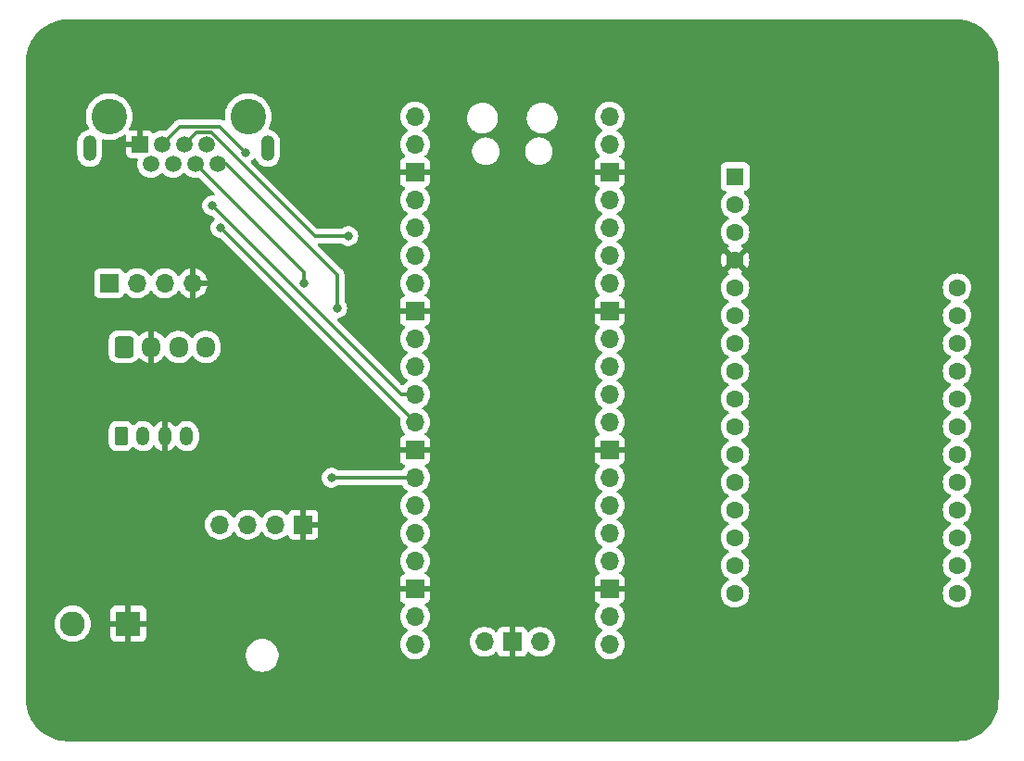
<source format=gbr>
G04 #@! TF.GenerationSoftware,KiCad,Pcbnew,7.0.1*
G04 #@! TF.CreationDate,2023-08-14T23:43:20-05:00*
G04 #@! TF.ProjectId,ControlInputTestRP2040Pico,436f6e74-726f-46c4-996e-707574546573,rev?*
G04 #@! TF.SameCoordinates,Original*
G04 #@! TF.FileFunction,Copper,L2,Bot*
G04 #@! TF.FilePolarity,Positive*
%FSLAX46Y46*%
G04 Gerber Fmt 4.6, Leading zero omitted, Abs format (unit mm)*
G04 Created by KiCad (PCBNEW 7.0.1) date 2023-08-14 23:43:20*
%MOMM*%
%LPD*%
G01*
G04 APERTURE LIST*
G04 Aperture macros list*
%AMRoundRect*
0 Rectangle with rounded corners*
0 $1 Rounding radius*
0 $2 $3 $4 $5 $6 $7 $8 $9 X,Y pos of 4 corners*
0 Add a 4 corners polygon primitive as box body*
4,1,4,$2,$3,$4,$5,$6,$7,$8,$9,$2,$3,0*
0 Add four circle primitives for the rounded corners*
1,1,$1+$1,$2,$3*
1,1,$1+$1,$4,$5*
1,1,$1+$1,$6,$7*
1,1,$1+$1,$8,$9*
0 Add four rect primitives between the rounded corners*
20,1,$1+$1,$2,$3,$4,$5,0*
20,1,$1+$1,$4,$5,$6,$7,0*
20,1,$1+$1,$6,$7,$8,$9,0*
20,1,$1+$1,$8,$9,$2,$3,0*%
G04 Aperture macros list end*
G04 #@! TA.AperFunction,WasherPad*
%ADD10C,3.250000*%
G04 #@! TD*
G04 #@! TA.AperFunction,ComponentPad*
%ADD11R,1.500000X1.500000*%
G04 #@! TD*
G04 #@! TA.AperFunction,ComponentPad*
%ADD12C,1.500000*%
G04 #@! TD*
G04 #@! TA.AperFunction,ComponentPad*
%ADD13O,1.259000X2.362000*%
G04 #@! TD*
G04 #@! TA.AperFunction,ComponentPad*
%ADD14R,1.600000X1.600000*%
G04 #@! TD*
G04 #@! TA.AperFunction,ComponentPad*
%ADD15C,1.600000*%
G04 #@! TD*
G04 #@! TA.AperFunction,ComponentPad*
%ADD16R,2.286000X2.286000*%
G04 #@! TD*
G04 #@! TA.AperFunction,ComponentPad*
%ADD17C,2.286000*%
G04 #@! TD*
G04 #@! TA.AperFunction,ComponentPad*
%ADD18R,1.700000X1.700000*%
G04 #@! TD*
G04 #@! TA.AperFunction,ComponentPad*
%ADD19O,1.700000X1.700000*%
G04 #@! TD*
G04 #@! TA.AperFunction,ComponentPad*
%ADD20RoundRect,0.250000X-0.600000X-0.725000X0.600000X-0.725000X0.600000X0.725000X-0.600000X0.725000X0*%
G04 #@! TD*
G04 #@! TA.AperFunction,ComponentPad*
%ADD21O,1.700000X1.950000*%
G04 #@! TD*
G04 #@! TA.AperFunction,ComponentPad*
%ADD22RoundRect,0.250000X-0.350000X-0.625000X0.350000X-0.625000X0.350000X0.625000X-0.350000X0.625000X0*%
G04 #@! TD*
G04 #@! TA.AperFunction,ComponentPad*
%ADD23O,1.200000X1.750000*%
G04 #@! TD*
G04 #@! TA.AperFunction,ViaPad*
%ADD24C,0.800000*%
G04 #@! TD*
G04 #@! TA.AperFunction,Conductor*
%ADD25C,0.300000*%
G04 #@! TD*
G04 #@! TA.AperFunction,Conductor*
%ADD26C,0.360000*%
G04 #@! TD*
G04 APERTURE END LIST*
D10*
X125730000Y-97790000D03*
X113030000Y-97790000D03*
D11*
X115830700Y-100330000D03*
D12*
X116850700Y-102110000D03*
X117860700Y-100330000D03*
X118880700Y-102110000D03*
X119890700Y-100330000D03*
X120910700Y-102110000D03*
X121920700Y-100330000D03*
X122940700Y-102110000D03*
D13*
X127510000Y-100691950D03*
X111250000Y-100691950D03*
D14*
X170207940Y-103278940D03*
D15*
X170207940Y-105818940D03*
X170207940Y-108358940D03*
X170207940Y-110898940D03*
X170207940Y-113438940D03*
X170207940Y-115978940D03*
X170207940Y-118518940D03*
X170207940Y-121058940D03*
X170207940Y-123598940D03*
X170207940Y-126138940D03*
X170207940Y-128678940D03*
X170207940Y-131218940D03*
X170207940Y-133758940D03*
X170207940Y-136298940D03*
X170207940Y-138838940D03*
X170207940Y-141378940D03*
X190507940Y-141378940D03*
X190507940Y-138838940D03*
X190507940Y-136298940D03*
X190507940Y-133758940D03*
X190507940Y-131218940D03*
X190507940Y-128678940D03*
X190507940Y-126138940D03*
X190507940Y-123598940D03*
X190507940Y-121058940D03*
X190507940Y-118518940D03*
X190507940Y-115978940D03*
X190507940Y-113438940D03*
D16*
X114781900Y-144167000D03*
D17*
X109701900Y-144167000D03*
D18*
X130771900Y-135107000D03*
D19*
X128231900Y-135107000D03*
X125691900Y-135107000D03*
X123151900Y-135107000D03*
X140970000Y-97790000D03*
X140970000Y-100330000D03*
D18*
X140970000Y-102870000D03*
D19*
X140970000Y-105410000D03*
X140970000Y-107950000D03*
X140970000Y-110490000D03*
X140970000Y-113030000D03*
D18*
X140970000Y-115570000D03*
D19*
X140970000Y-118110000D03*
X140970000Y-120650000D03*
X140970000Y-123190000D03*
X140970000Y-125730000D03*
D18*
X140970000Y-128270000D03*
D19*
X140970000Y-130810000D03*
X140970000Y-133350000D03*
X140970000Y-135890000D03*
X140970000Y-138430000D03*
D18*
X140970000Y-140970000D03*
D19*
X140970000Y-143510000D03*
X140970000Y-146050000D03*
X158750000Y-146050000D03*
X158750000Y-143510000D03*
D18*
X158750000Y-140970000D03*
D19*
X158750000Y-138430000D03*
X158750000Y-135890000D03*
X158750000Y-133350000D03*
X158750000Y-130810000D03*
D18*
X158750000Y-128270000D03*
D19*
X158750000Y-125730000D03*
X158750000Y-123190000D03*
X158750000Y-120650000D03*
X158750000Y-118110000D03*
D18*
X158750000Y-115570000D03*
D19*
X158750000Y-113030000D03*
X158750000Y-110490000D03*
X158750000Y-107950000D03*
X158750000Y-105410000D03*
D18*
X158750000Y-102870000D03*
D19*
X158750000Y-100330000D03*
X158750000Y-97790000D03*
X147320000Y-145820000D03*
D18*
X149860000Y-145820000D03*
D19*
X152400000Y-145820000D03*
D20*
X114360000Y-118855000D03*
D21*
X116860000Y-118855000D03*
X119360000Y-118855000D03*
X121860000Y-118855000D03*
D18*
X113030000Y-113030000D03*
D19*
X115570000Y-113030000D03*
X118110000Y-113030000D03*
X120650000Y-113030000D03*
D22*
X114110000Y-127000000D03*
D23*
X116110000Y-127000000D03*
X118110000Y-127000000D03*
X120110000Y-127000000D03*
D24*
X106680000Y-97790000D03*
X132080000Y-92710000D03*
X193040000Y-92710000D03*
X127000000Y-153670000D03*
X177800000Y-153670000D03*
X172720000Y-123190000D03*
X157480000Y-153670000D03*
X132300000Y-106600000D03*
X177800000Y-97790000D03*
X182880000Y-153670000D03*
X193040000Y-97790000D03*
X167640000Y-133350000D03*
X106680000Y-123190000D03*
X132080000Y-97790000D03*
X152400000Y-153670000D03*
X187960000Y-92710000D03*
X167640000Y-123190000D03*
X193040000Y-133350000D03*
X137160000Y-133350000D03*
X172720000Y-153670000D03*
X162560000Y-102870000D03*
X152400000Y-123190000D03*
X187960000Y-113030000D03*
X182880000Y-133350000D03*
X118500000Y-136400000D03*
X106680000Y-138430000D03*
X111760000Y-153670000D03*
X129500000Y-131100000D03*
X154500000Y-134400000D03*
X177800000Y-128270000D03*
X137160000Y-148590000D03*
X193040000Y-148590000D03*
X142240000Y-92710000D03*
X167640000Y-102870000D03*
X132080000Y-143510000D03*
X118200000Y-121100000D03*
X111760000Y-92710000D03*
X182880000Y-102870000D03*
X152400000Y-113030000D03*
X187960000Y-97790000D03*
X193040000Y-102870000D03*
X172720000Y-128270000D03*
X127000000Y-92710000D03*
X147320000Y-133350000D03*
X137160000Y-102870000D03*
X172720000Y-143510000D03*
X116840000Y-143510000D03*
X193040000Y-118110000D03*
X193040000Y-123190000D03*
X187960000Y-123190000D03*
X167640000Y-113030000D03*
X116840000Y-133350000D03*
X121920000Y-128270000D03*
X187960000Y-153670000D03*
X132080000Y-138430000D03*
X106680000Y-107950000D03*
X172720000Y-92710000D03*
X106680000Y-148590000D03*
X126238000Y-121920000D03*
X172720000Y-107950000D03*
X121920000Y-133350000D03*
X167640000Y-118110000D03*
X167640000Y-143510000D03*
X137160000Y-153670000D03*
X113300000Y-100700000D03*
X116840000Y-92710000D03*
X147320000Y-153670000D03*
X182880000Y-107950000D03*
X106680000Y-128270000D03*
X162560000Y-143510000D03*
X157480000Y-92710000D03*
X129500000Y-119600000D03*
X177800000Y-138430000D03*
X111760000Y-107950000D03*
X122400000Y-121200000D03*
X172720000Y-138430000D03*
X162560000Y-92710000D03*
X116840000Y-153670000D03*
X106680000Y-118110000D03*
X122700000Y-125200000D03*
X147320000Y-143510000D03*
X106680000Y-102870000D03*
X121920000Y-143510000D03*
X193040000Y-128270000D03*
X116840000Y-148590000D03*
X106680000Y-113030000D03*
X177800000Y-123190000D03*
X187960000Y-148590000D03*
X177800000Y-92710000D03*
X113700000Y-115900000D03*
X162560000Y-113030000D03*
X162560000Y-118110000D03*
X172720000Y-97790000D03*
X172720000Y-133350000D03*
X193040000Y-107950000D03*
X182880000Y-128270000D03*
X167640000Y-138430000D03*
X111760000Y-148590000D03*
X116840000Y-107950000D03*
X137160000Y-138430000D03*
X177800000Y-118110000D03*
X177800000Y-102870000D03*
X182880000Y-97790000D03*
X121920000Y-148590000D03*
X182880000Y-123190000D03*
X106680000Y-133350000D03*
X121920000Y-92710000D03*
X137160000Y-107950000D03*
X137160000Y-92710000D03*
X111760000Y-133350000D03*
X167640000Y-97790000D03*
X116840000Y-97790000D03*
X132080000Y-148590000D03*
X187960000Y-128270000D03*
X162560000Y-128270000D03*
X167640000Y-153670000D03*
X177800000Y-133350000D03*
X193040000Y-138430000D03*
X143000000Y-142900000D03*
X193040000Y-113030000D03*
X147320000Y-92710000D03*
X152400000Y-138430000D03*
X106680000Y-143510000D03*
X145200000Y-125100000D03*
X137160000Y-113030000D03*
X125700000Y-113600000D03*
X111300000Y-120500000D03*
X147320000Y-118110000D03*
X132080000Y-153670000D03*
X106680000Y-92710000D03*
X193040000Y-143510000D03*
X162560000Y-138430000D03*
X137160000Y-128270000D03*
X152400000Y-92710000D03*
X111760000Y-138430000D03*
X182880000Y-92710000D03*
X187960000Y-102870000D03*
X182880000Y-118110000D03*
X167640000Y-128270000D03*
X128200000Y-116000000D03*
X162560000Y-97790000D03*
X111760000Y-128270000D03*
X162560000Y-133350000D03*
X187960000Y-107950000D03*
X142240000Y-153670000D03*
X162560000Y-153670000D03*
X116840000Y-138430000D03*
X167640000Y-92710000D03*
X172720000Y-113030000D03*
X127000000Y-138430000D03*
X121920000Y-153670000D03*
X127000000Y-143510000D03*
X177800000Y-113030000D03*
X172720000Y-118110000D03*
X152400000Y-107950000D03*
X134874000Y-108712000D03*
X130810000Y-113030000D03*
X133858000Y-115316000D03*
X125476000Y-101092000D03*
X122428000Y-105918000D03*
X123190000Y-107950000D03*
X133350000Y-130810000D03*
D25*
X123020700Y-99920700D02*
X123020700Y-99874365D01*
X122376335Y-99230000D02*
X120990700Y-99230000D01*
X123020700Y-99874365D02*
X122376335Y-99230000D01*
X134874000Y-108712000D02*
X131812000Y-108712000D01*
X131812000Y-108712000D02*
X123020700Y-99920700D01*
X120990700Y-99230000D02*
X119890700Y-100330000D01*
D26*
X130810000Y-112009300D02*
X120910700Y-102110000D01*
X130810000Y-113030000D02*
X130810000Y-112009300D01*
D25*
X133858000Y-112258000D02*
X123710000Y-102110000D01*
X133858000Y-115316000D02*
X133858000Y-112258000D01*
X123710000Y-102110000D02*
X122940700Y-102110000D01*
X140970000Y-123190000D02*
X139700000Y-123190000D01*
X119460201Y-98730499D02*
X117860700Y-100330000D01*
X139700000Y-123190000D02*
X122428000Y-105918000D01*
X123114499Y-98730499D02*
X119460201Y-98730499D01*
X125476000Y-101092000D02*
X123114499Y-98730499D01*
X140970000Y-125730000D02*
X123190000Y-107950000D01*
X133350000Y-130810000D02*
X140970000Y-130810000D01*
G04 #@! TA.AperFunction,Conductor*
G36*
X190503094Y-88925652D02*
G01*
X190864766Y-88943419D01*
X190877065Y-88944630D01*
X191232202Y-88997310D01*
X191244312Y-88999719D01*
X191592582Y-89086956D01*
X191604405Y-89090543D01*
X191942436Y-89211493D01*
X191953860Y-89216224D01*
X192278406Y-89369723D01*
X192289311Y-89375552D01*
X192597249Y-89560122D01*
X192607530Y-89566992D01*
X192895895Y-89780859D01*
X192905441Y-89788693D01*
X193171465Y-90029802D01*
X193180197Y-90038534D01*
X193264120Y-90131129D01*
X193421301Y-90304552D01*
X193429145Y-90314110D01*
X193643007Y-90602469D01*
X193649877Y-90612750D01*
X193834447Y-90920688D01*
X193840276Y-90931593D01*
X193993775Y-91256139D01*
X193998506Y-91267563D01*
X194119456Y-91605594D01*
X194123046Y-91617427D01*
X194210278Y-91965678D01*
X194212690Y-91977805D01*
X194265368Y-92332931D01*
X194266580Y-92345236D01*
X194284348Y-92706905D01*
X194284500Y-92713088D01*
X194284500Y-151126912D01*
X194284348Y-151133095D01*
X194266580Y-151494763D01*
X194265368Y-151507068D01*
X194212690Y-151862194D01*
X194210278Y-151874321D01*
X194123046Y-152222572D01*
X194119456Y-152234405D01*
X193998506Y-152572436D01*
X193993775Y-152583860D01*
X193840276Y-152908406D01*
X193834447Y-152919311D01*
X193649877Y-153227249D01*
X193643007Y-153237530D01*
X193429145Y-153525889D01*
X193421301Y-153535447D01*
X193180203Y-153801459D01*
X193171459Y-153810203D01*
X192905447Y-154051301D01*
X192895889Y-154059145D01*
X192607530Y-154273007D01*
X192597249Y-154279877D01*
X192289311Y-154464447D01*
X192278406Y-154470276D01*
X191953860Y-154623775D01*
X191942436Y-154628506D01*
X191604405Y-154749456D01*
X191592572Y-154753046D01*
X191244321Y-154840278D01*
X191232194Y-154842690D01*
X190877068Y-154895368D01*
X190864763Y-154896580D01*
X190523360Y-154913352D01*
X190503093Y-154914348D01*
X190496912Y-154914500D01*
X109223088Y-154914500D01*
X109216906Y-154914348D01*
X109195293Y-154913286D01*
X108855236Y-154896580D01*
X108842931Y-154895368D01*
X108487805Y-154842690D01*
X108475678Y-154840278D01*
X108127427Y-154753046D01*
X108115594Y-154749456D01*
X107777563Y-154628506D01*
X107766139Y-154623775D01*
X107441593Y-154470276D01*
X107430688Y-154464447D01*
X107122750Y-154279877D01*
X107112469Y-154273007D01*
X106824110Y-154059145D01*
X106814552Y-154051301D01*
X106548534Y-153810197D01*
X106539802Y-153801465D01*
X106298693Y-153535441D01*
X106290854Y-153525889D01*
X106076992Y-153237530D01*
X106070122Y-153227249D01*
X105885552Y-152919311D01*
X105879723Y-152908406D01*
X105726224Y-152583860D01*
X105721493Y-152572436D01*
X105600543Y-152234405D01*
X105596956Y-152222582D01*
X105509719Y-151874312D01*
X105507309Y-151862194D01*
X105482280Y-151693464D01*
X105454630Y-151507065D01*
X105453419Y-151494762D01*
X105444756Y-151318426D01*
X105435652Y-151133094D01*
X105435500Y-151126912D01*
X105435500Y-147190335D01*
X125499500Y-147190335D01*
X125540429Y-147435614D01*
X125540430Y-147435616D01*
X125621170Y-147670806D01*
X125739527Y-147889510D01*
X125892262Y-148085744D01*
X126075217Y-148254166D01*
X126283389Y-148390171D01*
X126283391Y-148390172D01*
X126283393Y-148390173D01*
X126511119Y-148490063D01*
X126752179Y-148551108D01*
X126937933Y-148566500D01*
X127062062Y-148566500D01*
X127062067Y-148566500D01*
X127247821Y-148551108D01*
X127488881Y-148490063D01*
X127716607Y-148390173D01*
X127924785Y-148254164D01*
X128107738Y-148085744D01*
X128260474Y-147889509D01*
X128378828Y-147670810D01*
X128459571Y-147435614D01*
X128500500Y-147190335D01*
X128500500Y-146941665D01*
X128459571Y-146696386D01*
X128378828Y-146461190D01*
X128260474Y-146242491D01*
X128110652Y-146050000D01*
X139606844Y-146050000D01*
X139625436Y-146274368D01*
X139625436Y-146274371D01*
X139625437Y-146274372D01*
X139680702Y-146492611D01*
X139771139Y-146698790D01*
X139852230Y-146822909D01*
X139894278Y-146887268D01*
X139944354Y-146941665D01*
X140046762Y-147052908D01*
X140224421Y-147191187D01*
X140224424Y-147191189D01*
X140422426Y-147298342D01*
X140635365Y-147371444D01*
X140857431Y-147408500D01*
X141082566Y-147408500D01*
X141082569Y-147408500D01*
X141304635Y-147371444D01*
X141517574Y-147298342D01*
X141715576Y-147191189D01*
X141893240Y-147052906D01*
X142045722Y-146887268D01*
X142168860Y-146698791D01*
X142259296Y-146492616D01*
X142314564Y-146274368D01*
X142333156Y-146050000D01*
X142314564Y-145825632D01*
X142313138Y-145820000D01*
X145956844Y-145820000D01*
X145975436Y-146044368D01*
X145975436Y-146044371D01*
X145975437Y-146044372D01*
X146030702Y-146262611D01*
X146121139Y-146468790D01*
X146244278Y-146657268D01*
X146303707Y-146721825D01*
X146396762Y-146822908D01*
X146574421Y-146961187D01*
X146574424Y-146961189D01*
X146772426Y-147068342D01*
X146985365Y-147141444D01*
X147207431Y-147178500D01*
X147432566Y-147178500D01*
X147432569Y-147178500D01*
X147654635Y-147141444D01*
X147867574Y-147068342D01*
X148065576Y-146961189D01*
X148243240Y-146822906D01*
X148304627Y-146756222D01*
X148358096Y-146721825D01*
X148421557Y-146717914D01*
X148478849Y-146745490D01*
X148515381Y-146797529D01*
X148559554Y-146915963D01*
X148647095Y-147032904D01*
X148764037Y-147120445D01*
X148900906Y-147171494D01*
X148961411Y-147178000D01*
X149606000Y-147178000D01*
X150114000Y-147178000D01*
X150758589Y-147178000D01*
X150819093Y-147171494D01*
X150955962Y-147120445D01*
X151072904Y-147032904D01*
X151160445Y-146915962D01*
X151204618Y-146797530D01*
X151241150Y-146745490D01*
X151298441Y-146717914D01*
X151361903Y-146721824D01*
X151415373Y-146756222D01*
X151453399Y-146797529D01*
X151476762Y-146822908D01*
X151654421Y-146961187D01*
X151654424Y-146961189D01*
X151852426Y-147068342D01*
X152065365Y-147141444D01*
X152287431Y-147178500D01*
X152512566Y-147178500D01*
X152512569Y-147178500D01*
X152734635Y-147141444D01*
X152947574Y-147068342D01*
X153145576Y-146961189D01*
X153323240Y-146822906D01*
X153475722Y-146657268D01*
X153598860Y-146468791D01*
X153689296Y-146262616D01*
X153743138Y-146050000D01*
X157386844Y-146050000D01*
X157405436Y-146274368D01*
X157405436Y-146274371D01*
X157405437Y-146274372D01*
X157460702Y-146492611D01*
X157551139Y-146698790D01*
X157632230Y-146822909D01*
X157674278Y-146887268D01*
X157724354Y-146941665D01*
X157826762Y-147052908D01*
X158004421Y-147191187D01*
X158004424Y-147191189D01*
X158202426Y-147298342D01*
X158415365Y-147371444D01*
X158637431Y-147408500D01*
X158862566Y-147408500D01*
X158862569Y-147408500D01*
X159084635Y-147371444D01*
X159297574Y-147298342D01*
X159495576Y-147191189D01*
X159673240Y-147052906D01*
X159825722Y-146887268D01*
X159948860Y-146698791D01*
X160039296Y-146492616D01*
X160094564Y-146274368D01*
X160113156Y-146050000D01*
X160094564Y-145825632D01*
X160039296Y-145607384D01*
X159948860Y-145401209D01*
X159825722Y-145212732D01*
X159673240Y-145047094D01*
X159673239Y-145047093D01*
X159673237Y-145047091D01*
X159495579Y-144908813D01*
X159495577Y-144908812D01*
X159495576Y-144908811D01*
X159462317Y-144890812D01*
X159414047Y-144844498D01*
X159396288Y-144780000D01*
X159414047Y-144715502D01*
X159462317Y-144669187D01*
X159495576Y-144651189D01*
X159673240Y-144512906D01*
X159825722Y-144347268D01*
X159948860Y-144158791D01*
X160039296Y-143952616D01*
X160094564Y-143734368D01*
X160113156Y-143510000D01*
X160094564Y-143285632D01*
X160039296Y-143067384D01*
X159948860Y-142861209D01*
X159825722Y-142672732D01*
X159682157Y-142516780D01*
X159652921Y-142463178D01*
X159652318Y-142402122D01*
X159680493Y-142347951D01*
X159730827Y-142313388D01*
X159845963Y-142270445D01*
X159962904Y-142182904D01*
X160050445Y-142065962D01*
X160101494Y-141929093D01*
X160108000Y-141868589D01*
X160108000Y-141378940D01*
X168894442Y-141378940D01*
X168914397Y-141607027D01*
X168973655Y-141828183D01*
X169070417Y-142035690D01*
X169201744Y-142223243D01*
X169363636Y-142385135D01*
X169551189Y-142516462D01*
X169758696Y-142613224D01*
X169817955Y-142629102D01*
X169979853Y-142672483D01*
X170207940Y-142692438D01*
X170436027Y-142672483D01*
X170657183Y-142613224D01*
X170864689Y-142516463D01*
X171052240Y-142385138D01*
X171214138Y-142223240D01*
X171345463Y-142035689D01*
X171442224Y-141828183D01*
X171501483Y-141607027D01*
X171521438Y-141378940D01*
X189194442Y-141378940D01*
X189214397Y-141607027D01*
X189273655Y-141828183D01*
X189370417Y-142035690D01*
X189501744Y-142223243D01*
X189663636Y-142385135D01*
X189851189Y-142516462D01*
X190058696Y-142613224D01*
X190117955Y-142629102D01*
X190279853Y-142672483D01*
X190507940Y-142692438D01*
X190736027Y-142672483D01*
X190957183Y-142613224D01*
X191164689Y-142516463D01*
X191352240Y-142385138D01*
X191514138Y-142223240D01*
X191645463Y-142035689D01*
X191742224Y-141828183D01*
X191801483Y-141607027D01*
X191821438Y-141378940D01*
X191801483Y-141150853D01*
X191742224Y-140929697D01*
X191645463Y-140722191D01*
X191514138Y-140534640D01*
X191514137Y-140534639D01*
X191514135Y-140534636D01*
X191352243Y-140372744D01*
X191164687Y-140241415D01*
X191125481Y-140223133D01*
X191072464Y-140176637D01*
X191052732Y-140108937D01*
X191072466Y-140041237D01*
X191125482Y-139994745D01*
X191164689Y-139976463D01*
X191352240Y-139845138D01*
X191514138Y-139683240D01*
X191645463Y-139495689D01*
X191742224Y-139288183D01*
X191801483Y-139067027D01*
X191821438Y-138838940D01*
X191801483Y-138610853D01*
X191742224Y-138389697D01*
X191645463Y-138182191D01*
X191514138Y-137994640D01*
X191514137Y-137994639D01*
X191514135Y-137994636D01*
X191352243Y-137832744D01*
X191164688Y-137701416D01*
X191125483Y-137683135D01*
X191072465Y-137636640D01*
X191052732Y-137568940D01*
X191072465Y-137501240D01*
X191125483Y-137454745D01*
X191130103Y-137452590D01*
X191164689Y-137436463D01*
X191352240Y-137305138D01*
X191514138Y-137143240D01*
X191645463Y-136955689D01*
X191742224Y-136748183D01*
X191801483Y-136527027D01*
X191821438Y-136298940D01*
X191801483Y-136070853D01*
X191742224Y-135849697D01*
X191703409Y-135766458D01*
X191645462Y-135642189D01*
X191514135Y-135454636D01*
X191352243Y-135292744D01*
X191164688Y-135161416D01*
X191125483Y-135143135D01*
X191072465Y-135096640D01*
X191052732Y-135028940D01*
X191072465Y-134961240D01*
X191125483Y-134914745D01*
X191130103Y-134912590D01*
X191164689Y-134896463D01*
X191352240Y-134765138D01*
X191514138Y-134603240D01*
X191645463Y-134415689D01*
X191742224Y-134208183D01*
X191801483Y-133987027D01*
X191821438Y-133758940D01*
X191801483Y-133530853D01*
X191742224Y-133309697D01*
X191645463Y-133102191D01*
X191514138Y-132914640D01*
X191514137Y-132914639D01*
X191514135Y-132914636D01*
X191352243Y-132752744D01*
X191164687Y-132621415D01*
X191125481Y-132603133D01*
X191072464Y-132556637D01*
X191052732Y-132488937D01*
X191072466Y-132421237D01*
X191125482Y-132374745D01*
X191164689Y-132356463D01*
X191352240Y-132225138D01*
X191514138Y-132063240D01*
X191645463Y-131875689D01*
X191742224Y-131668183D01*
X191801483Y-131447027D01*
X191821438Y-131218940D01*
X191801483Y-130990853D01*
X191742224Y-130769697D01*
X191645463Y-130562191D01*
X191514138Y-130374640D01*
X191514137Y-130374639D01*
X191514135Y-130374636D01*
X191352243Y-130212744D01*
X191164688Y-130081416D01*
X191125483Y-130063135D01*
X191072465Y-130016640D01*
X191052732Y-129948940D01*
X191072465Y-129881240D01*
X191125483Y-129834745D01*
X191130103Y-129832590D01*
X191164689Y-129816463D01*
X191352240Y-129685138D01*
X191514138Y-129523240D01*
X191645463Y-129335689D01*
X191742224Y-129128183D01*
X191801483Y-128907027D01*
X191821438Y-128678940D01*
X191801483Y-128450853D01*
X191742224Y-128229697D01*
X191739581Y-128224030D01*
X191645462Y-128022189D01*
X191543817Y-127877026D01*
X191514138Y-127834640D01*
X191514137Y-127834639D01*
X191514135Y-127834636D01*
X191352243Y-127672744D01*
X191164687Y-127541415D01*
X191125481Y-127523133D01*
X191072464Y-127476637D01*
X191052732Y-127408937D01*
X191072466Y-127341237D01*
X191125482Y-127294745D01*
X191164689Y-127276463D01*
X191352240Y-127145138D01*
X191514138Y-126983240D01*
X191645463Y-126795689D01*
X191742224Y-126588183D01*
X191801483Y-126367027D01*
X191821438Y-126138940D01*
X191801483Y-125910853D01*
X191753023Y-125729999D01*
X191742224Y-125689696D01*
X191645462Y-125482189D01*
X191556314Y-125354873D01*
X191514138Y-125294640D01*
X191514137Y-125294639D01*
X191514135Y-125294636D01*
X191352243Y-125132744D01*
X191164688Y-125001416D01*
X191125483Y-124983135D01*
X191072465Y-124936640D01*
X191052732Y-124868940D01*
X191072465Y-124801240D01*
X191125483Y-124754745D01*
X191130103Y-124752590D01*
X191164689Y-124736463D01*
X191352240Y-124605138D01*
X191514138Y-124443240D01*
X191645463Y-124255689D01*
X191742224Y-124048183D01*
X191801483Y-123827027D01*
X191821438Y-123598940D01*
X191801483Y-123370853D01*
X191742224Y-123149697D01*
X191645463Y-122942191D01*
X191514138Y-122754640D01*
X191514137Y-122754639D01*
X191514135Y-122754636D01*
X191352243Y-122592744D01*
X191164688Y-122461416D01*
X191125483Y-122443135D01*
X191072465Y-122396640D01*
X191052732Y-122328940D01*
X191072465Y-122261240D01*
X191125483Y-122214745D01*
X191130103Y-122212590D01*
X191164689Y-122196463D01*
X191352240Y-122065138D01*
X191514138Y-121903240D01*
X191645463Y-121715689D01*
X191742224Y-121508183D01*
X191801483Y-121287027D01*
X191821438Y-121058940D01*
X191801483Y-120830853D01*
X191742224Y-120609697D01*
X191645463Y-120402191D01*
X191514138Y-120214640D01*
X191514137Y-120214639D01*
X191514135Y-120214636D01*
X191352243Y-120052744D01*
X191164688Y-119921416D01*
X191125483Y-119903135D01*
X191072465Y-119856640D01*
X191052732Y-119788940D01*
X191072465Y-119721240D01*
X191125483Y-119674745D01*
X191134061Y-119670745D01*
X191164689Y-119656463D01*
X191352240Y-119525138D01*
X191514138Y-119363240D01*
X191645463Y-119175689D01*
X191742224Y-118968183D01*
X191801483Y-118747027D01*
X191821438Y-118518940D01*
X191801483Y-118290853D01*
X191742224Y-118069697D01*
X191740066Y-118065070D01*
X191645462Y-117862189D01*
X191514135Y-117674636D01*
X191352243Y-117512744D01*
X191164688Y-117381416D01*
X191125483Y-117363135D01*
X191072465Y-117316640D01*
X191052732Y-117248940D01*
X191072465Y-117181240D01*
X191125483Y-117134745D01*
X191130103Y-117132590D01*
X191164689Y-117116463D01*
X191352240Y-116985138D01*
X191514138Y-116823240D01*
X191645463Y-116635689D01*
X191742224Y-116428183D01*
X191801483Y-116207027D01*
X191821438Y-115978940D01*
X191801483Y-115750853D01*
X191742224Y-115529697D01*
X191731140Y-115505928D01*
X191645462Y-115322189D01*
X191514135Y-115134636D01*
X191352243Y-114972744D01*
X191164688Y-114841416D01*
X191125483Y-114823135D01*
X191072465Y-114776640D01*
X191052732Y-114708940D01*
X191072465Y-114641240D01*
X191125483Y-114594745D01*
X191130103Y-114592590D01*
X191164689Y-114576463D01*
X191352240Y-114445138D01*
X191514138Y-114283240D01*
X191645463Y-114095689D01*
X191742224Y-113888183D01*
X191801483Y-113667027D01*
X191821438Y-113438940D01*
X191801483Y-113210853D01*
X191742224Y-112989697D01*
X191645463Y-112782191D01*
X191641127Y-112775999D01*
X191514135Y-112594636D01*
X191352243Y-112432744D01*
X191164690Y-112301417D01*
X190957183Y-112204655D01*
X190736027Y-112145397D01*
X190507940Y-112125442D01*
X190279852Y-112145397D01*
X190058696Y-112204655D01*
X189851189Y-112301417D01*
X189663636Y-112432744D01*
X189501744Y-112594636D01*
X189370417Y-112782189D01*
X189273655Y-112989696D01*
X189214397Y-113210852D01*
X189194442Y-113438940D01*
X189214397Y-113667027D01*
X189273655Y-113888183D01*
X189370417Y-114095690D01*
X189501744Y-114283243D01*
X189663636Y-114445135D01*
X189663639Y-114445137D01*
X189663640Y-114445138D01*
X189851191Y-114576463D01*
X189890397Y-114594745D01*
X189943413Y-114641238D01*
X189963147Y-114708937D01*
X189943415Y-114776637D01*
X189890399Y-114823133D01*
X189851191Y-114841416D01*
X189663636Y-114972744D01*
X189501744Y-115134636D01*
X189370417Y-115322189D01*
X189273655Y-115529696D01*
X189214397Y-115750852D01*
X189194442Y-115978940D01*
X189214397Y-116207027D01*
X189273655Y-116428183D01*
X189370417Y-116635690D01*
X189501744Y-116823243D01*
X189663636Y-116985135D01*
X189663639Y-116985137D01*
X189663640Y-116985138D01*
X189851191Y-117116463D01*
X189886299Y-117132834D01*
X189890397Y-117134745D01*
X189943414Y-117181240D01*
X189963147Y-117248940D01*
X189943414Y-117316640D01*
X189890397Y-117363135D01*
X189851190Y-117381417D01*
X189663636Y-117512744D01*
X189501744Y-117674636D01*
X189370417Y-117862189D01*
X189273655Y-118069696D01*
X189214397Y-118290852D01*
X189194442Y-118518940D01*
X189214397Y-118747027D01*
X189273655Y-118968183D01*
X189370417Y-119175690D01*
X189501744Y-119363243D01*
X189663636Y-119525135D01*
X189663639Y-119525137D01*
X189663640Y-119525138D01*
X189851191Y-119656463D01*
X189881819Y-119670745D01*
X189890397Y-119674745D01*
X189943414Y-119721240D01*
X189963147Y-119788940D01*
X189943414Y-119856640D01*
X189890397Y-119903135D01*
X189851190Y-119921417D01*
X189663636Y-120052744D01*
X189501744Y-120214636D01*
X189370417Y-120402189D01*
X189273655Y-120609696D01*
X189214397Y-120830852D01*
X189194442Y-121058940D01*
X189214397Y-121287027D01*
X189273655Y-121508183D01*
X189370417Y-121715690D01*
X189501744Y-121903243D01*
X189663636Y-122065135D01*
X189663639Y-122065137D01*
X189663640Y-122065138D01*
X189851191Y-122196463D01*
X189886299Y-122212834D01*
X189890397Y-122214745D01*
X189943414Y-122261240D01*
X189963147Y-122328940D01*
X189943414Y-122396640D01*
X189890397Y-122443135D01*
X189851190Y-122461417D01*
X189663636Y-122592744D01*
X189501744Y-122754636D01*
X189370417Y-122942189D01*
X189273655Y-123149696D01*
X189214397Y-123370852D01*
X189194442Y-123598940D01*
X189214397Y-123827027D01*
X189273655Y-124048183D01*
X189370417Y-124255690D01*
X189501744Y-124443243D01*
X189663636Y-124605135D01*
X189663639Y-124605137D01*
X189663640Y-124605138D01*
X189851191Y-124736463D01*
X189886299Y-124752834D01*
X189890397Y-124754745D01*
X189943414Y-124801240D01*
X189963147Y-124868940D01*
X189943414Y-124936640D01*
X189890397Y-124983135D01*
X189851190Y-125001417D01*
X189663636Y-125132744D01*
X189501744Y-125294636D01*
X189370417Y-125482189D01*
X189273655Y-125689696D01*
X189214397Y-125910852D01*
X189194442Y-126138940D01*
X189214397Y-126367027D01*
X189273655Y-126588183D01*
X189370417Y-126795690D01*
X189501744Y-126983243D01*
X189663636Y-127145135D01*
X189663639Y-127145137D01*
X189663640Y-127145138D01*
X189851191Y-127276463D01*
X189886299Y-127292834D01*
X189890397Y-127294745D01*
X189943414Y-127341240D01*
X189963147Y-127408940D01*
X189943414Y-127476640D01*
X189890397Y-127523135D01*
X189851190Y-127541417D01*
X189663636Y-127672744D01*
X189501744Y-127834636D01*
X189370417Y-128022189D01*
X189273655Y-128229696D01*
X189214397Y-128450852D01*
X189194442Y-128678940D01*
X189214397Y-128907027D01*
X189273655Y-129128183D01*
X189370417Y-129335690D01*
X189501744Y-129523243D01*
X189663636Y-129685135D01*
X189663639Y-129685137D01*
X189663640Y-129685138D01*
X189851191Y-129816463D01*
X189886299Y-129832834D01*
X189890397Y-129834745D01*
X189943414Y-129881240D01*
X189963147Y-129948940D01*
X189943414Y-130016640D01*
X189890397Y-130063135D01*
X189851190Y-130081417D01*
X189663636Y-130212744D01*
X189501744Y-130374636D01*
X189370417Y-130562189D01*
X189273655Y-130769696D01*
X189214397Y-130990852D01*
X189194442Y-131218940D01*
X189214397Y-131447027D01*
X189273655Y-131668183D01*
X189370417Y-131875690D01*
X189501744Y-132063243D01*
X189663636Y-132225135D01*
X189663639Y-132225137D01*
X189663640Y-132225138D01*
X189851191Y-132356463D01*
X189886299Y-132372834D01*
X189890397Y-132374745D01*
X189943414Y-132421240D01*
X189963147Y-132488940D01*
X189943414Y-132556640D01*
X189890397Y-132603135D01*
X189851190Y-132621417D01*
X189663636Y-132752744D01*
X189501744Y-132914636D01*
X189370417Y-133102189D01*
X189273655Y-133309696D01*
X189214397Y-133530852D01*
X189194442Y-133758940D01*
X189214397Y-133987027D01*
X189273655Y-134208183D01*
X189370417Y-134415690D01*
X189501744Y-134603243D01*
X189663636Y-134765135D01*
X189663639Y-134765137D01*
X189663640Y-134765138D01*
X189851191Y-134896463D01*
X189886299Y-134912834D01*
X189890397Y-134914745D01*
X189943414Y-134961240D01*
X189963147Y-135028940D01*
X189943414Y-135096640D01*
X189890397Y-135143135D01*
X189851190Y-135161417D01*
X189663636Y-135292744D01*
X189501744Y-135454636D01*
X189370417Y-135642189D01*
X189273655Y-135849696D01*
X189214397Y-136070852D01*
X189194442Y-136298940D01*
X189214397Y-136527027D01*
X189273655Y-136748183D01*
X189370417Y-136955690D01*
X189501744Y-137143243D01*
X189663636Y-137305135D01*
X189663639Y-137305137D01*
X189663640Y-137305138D01*
X189851191Y-137436463D01*
X189890397Y-137454745D01*
X189943413Y-137501238D01*
X189963147Y-137568937D01*
X189943415Y-137636637D01*
X189890399Y-137683133D01*
X189851191Y-137701416D01*
X189663636Y-137832744D01*
X189501744Y-137994636D01*
X189370417Y-138182189D01*
X189273655Y-138389696D01*
X189214397Y-138610852D01*
X189194442Y-138838940D01*
X189214397Y-139067027D01*
X189273655Y-139288183D01*
X189370417Y-139495690D01*
X189501744Y-139683243D01*
X189663636Y-139845135D01*
X189663639Y-139845137D01*
X189663640Y-139845138D01*
X189851191Y-139976463D01*
X189886299Y-139992834D01*
X189890397Y-139994745D01*
X189943414Y-140041240D01*
X189963147Y-140108940D01*
X189943414Y-140176640D01*
X189890397Y-140223135D01*
X189851190Y-140241417D01*
X189663636Y-140372744D01*
X189501744Y-140534636D01*
X189370417Y-140722189D01*
X189273655Y-140929696D01*
X189214397Y-141150852D01*
X189194442Y-141378940D01*
X171521438Y-141378940D01*
X171501483Y-141150853D01*
X171442224Y-140929697D01*
X171345463Y-140722191D01*
X171214138Y-140534640D01*
X171214137Y-140534639D01*
X171214135Y-140534636D01*
X171052243Y-140372744D01*
X170864687Y-140241415D01*
X170825481Y-140223133D01*
X170772464Y-140176637D01*
X170752732Y-140108937D01*
X170772466Y-140041237D01*
X170825482Y-139994745D01*
X170864689Y-139976463D01*
X171052240Y-139845138D01*
X171214138Y-139683240D01*
X171345463Y-139495689D01*
X171442224Y-139288183D01*
X171501483Y-139067027D01*
X171521438Y-138838940D01*
X171501483Y-138610853D01*
X171442224Y-138389697D01*
X171345463Y-138182191D01*
X171214138Y-137994640D01*
X171214137Y-137994639D01*
X171214135Y-137994636D01*
X171052243Y-137832744D01*
X170864688Y-137701416D01*
X170825483Y-137683135D01*
X170772465Y-137636640D01*
X170752732Y-137568940D01*
X170772465Y-137501240D01*
X170825483Y-137454745D01*
X170830103Y-137452590D01*
X170864689Y-137436463D01*
X171052240Y-137305138D01*
X171214138Y-137143240D01*
X171345463Y-136955689D01*
X171442224Y-136748183D01*
X171501483Y-136527027D01*
X171521438Y-136298940D01*
X171501483Y-136070853D01*
X171442224Y-135849697D01*
X171403409Y-135766458D01*
X171345462Y-135642189D01*
X171214135Y-135454636D01*
X171052243Y-135292744D01*
X170864688Y-135161416D01*
X170825483Y-135143135D01*
X170772465Y-135096640D01*
X170752732Y-135028940D01*
X170772465Y-134961240D01*
X170825483Y-134914745D01*
X170830103Y-134912590D01*
X170864689Y-134896463D01*
X171052240Y-134765138D01*
X171214138Y-134603240D01*
X171345463Y-134415689D01*
X171442224Y-134208183D01*
X171501483Y-133987027D01*
X171521438Y-133758940D01*
X171501483Y-133530853D01*
X171442224Y-133309697D01*
X171345463Y-133102191D01*
X171214138Y-132914640D01*
X171214137Y-132914639D01*
X171214135Y-132914636D01*
X171052243Y-132752744D01*
X170864687Y-132621415D01*
X170825481Y-132603133D01*
X170772464Y-132556637D01*
X170752732Y-132488937D01*
X170772466Y-132421237D01*
X170825482Y-132374745D01*
X170864689Y-132356463D01*
X171052240Y-132225138D01*
X171214138Y-132063240D01*
X171345463Y-131875689D01*
X171442224Y-131668183D01*
X171501483Y-131447027D01*
X171521438Y-131218940D01*
X171501483Y-130990853D01*
X171442224Y-130769697D01*
X171345463Y-130562191D01*
X171214138Y-130374640D01*
X171214137Y-130374639D01*
X171214135Y-130374636D01*
X171052243Y-130212744D01*
X170864688Y-130081416D01*
X170825483Y-130063135D01*
X170772465Y-130016640D01*
X170752732Y-129948940D01*
X170772465Y-129881240D01*
X170825483Y-129834745D01*
X170830103Y-129832590D01*
X170864689Y-129816463D01*
X171052240Y-129685138D01*
X171214138Y-129523240D01*
X171345463Y-129335689D01*
X171442224Y-129128183D01*
X171501483Y-128907027D01*
X171521438Y-128678940D01*
X171501483Y-128450853D01*
X171442224Y-128229697D01*
X171439581Y-128224030D01*
X171345462Y-128022189D01*
X171243817Y-127877026D01*
X171214138Y-127834640D01*
X171214137Y-127834639D01*
X171214135Y-127834636D01*
X171052243Y-127672744D01*
X170864687Y-127541415D01*
X170825481Y-127523133D01*
X170772464Y-127476637D01*
X170752732Y-127408937D01*
X170772466Y-127341237D01*
X170825482Y-127294745D01*
X170864689Y-127276463D01*
X171052240Y-127145138D01*
X171214138Y-126983240D01*
X171345463Y-126795689D01*
X171442224Y-126588183D01*
X171501483Y-126367027D01*
X171521438Y-126138940D01*
X171501483Y-125910853D01*
X171453023Y-125729999D01*
X171442224Y-125689696D01*
X171345462Y-125482189D01*
X171256314Y-125354873D01*
X171214138Y-125294640D01*
X171214137Y-125294639D01*
X171214135Y-125294636D01*
X171052243Y-125132744D01*
X170864688Y-125001416D01*
X170825483Y-124983135D01*
X170772465Y-124936640D01*
X170752732Y-124868940D01*
X170772465Y-124801240D01*
X170825483Y-124754745D01*
X170830103Y-124752590D01*
X170864689Y-124736463D01*
X171052240Y-124605138D01*
X171214138Y-124443240D01*
X171345463Y-124255689D01*
X171442224Y-124048183D01*
X171501483Y-123827027D01*
X171521438Y-123598940D01*
X171501483Y-123370853D01*
X171442224Y-123149697D01*
X171345463Y-122942191D01*
X171214138Y-122754640D01*
X171214137Y-122754639D01*
X171214135Y-122754636D01*
X171052243Y-122592744D01*
X170864688Y-122461416D01*
X170825483Y-122443135D01*
X170772465Y-122396640D01*
X170752732Y-122328940D01*
X170772465Y-122261240D01*
X170825483Y-122214745D01*
X170830103Y-122212590D01*
X170864689Y-122196463D01*
X171052240Y-122065138D01*
X171214138Y-121903240D01*
X171345463Y-121715689D01*
X171442224Y-121508183D01*
X171501483Y-121287027D01*
X171521438Y-121058940D01*
X171501483Y-120830853D01*
X171442224Y-120609697D01*
X171345463Y-120402191D01*
X171214138Y-120214640D01*
X171214137Y-120214639D01*
X171214135Y-120214636D01*
X171052243Y-120052744D01*
X170864688Y-119921416D01*
X170825483Y-119903135D01*
X170772465Y-119856640D01*
X170752732Y-119788940D01*
X170772465Y-119721240D01*
X170825483Y-119674745D01*
X170834061Y-119670745D01*
X170864689Y-119656463D01*
X171052240Y-119525138D01*
X171214138Y-119363240D01*
X171345463Y-119175689D01*
X171442224Y-118968183D01*
X171501483Y-118747027D01*
X171521438Y-118518940D01*
X171501483Y-118290853D01*
X171442224Y-118069697D01*
X171440066Y-118065070D01*
X171345462Y-117862189D01*
X171214135Y-117674636D01*
X171052243Y-117512744D01*
X170864688Y-117381416D01*
X170825483Y-117363135D01*
X170772465Y-117316640D01*
X170752732Y-117248940D01*
X170772465Y-117181240D01*
X170825483Y-117134745D01*
X170830103Y-117132590D01*
X170864689Y-117116463D01*
X171052240Y-116985138D01*
X171214138Y-116823240D01*
X171345463Y-116635689D01*
X171442224Y-116428183D01*
X171501483Y-116207027D01*
X171521438Y-115978940D01*
X171501483Y-115750853D01*
X171442224Y-115529697D01*
X171431140Y-115505928D01*
X171345462Y-115322189D01*
X171214135Y-115134636D01*
X171052243Y-114972744D01*
X170864688Y-114841416D01*
X170825483Y-114823135D01*
X170772465Y-114776640D01*
X170752732Y-114708940D01*
X170772465Y-114641240D01*
X170825483Y-114594745D01*
X170830103Y-114592590D01*
X170864689Y-114576463D01*
X171052240Y-114445138D01*
X171214138Y-114283240D01*
X171345463Y-114095689D01*
X171442224Y-113888183D01*
X171501483Y-113667027D01*
X171521438Y-113438940D01*
X171501483Y-113210853D01*
X171442224Y-112989697D01*
X171345463Y-112782191D01*
X171341127Y-112775999D01*
X171214135Y-112594636D01*
X171052243Y-112432744D01*
X170864688Y-112301416D01*
X170824891Y-112282859D01*
X170771873Y-112236364D01*
X170752140Y-112168664D01*
X170771873Y-112100964D01*
X170824891Y-112054469D01*
X170864437Y-112036028D01*
X170935828Y-111986039D01*
X170935828Y-111986037D01*
X170207941Y-111258150D01*
X170207940Y-111258150D01*
X169480050Y-111986038D01*
X169480050Y-111986040D01*
X169551437Y-112036025D01*
X169590989Y-112054469D01*
X169644006Y-112100964D01*
X169663739Y-112168664D01*
X169644006Y-112236364D01*
X169590989Y-112282859D01*
X169551190Y-112301417D01*
X169363636Y-112432744D01*
X169201744Y-112594636D01*
X169070417Y-112782189D01*
X168973655Y-112989696D01*
X168914397Y-113210852D01*
X168894442Y-113438940D01*
X168914397Y-113667027D01*
X168973655Y-113888183D01*
X169070417Y-114095690D01*
X169201744Y-114283243D01*
X169363636Y-114445135D01*
X169363639Y-114445137D01*
X169363640Y-114445138D01*
X169551191Y-114576463D01*
X169590397Y-114594745D01*
X169643413Y-114641238D01*
X169663147Y-114708937D01*
X169643415Y-114776637D01*
X169590399Y-114823133D01*
X169551191Y-114841416D01*
X169363636Y-114972744D01*
X169201744Y-115134636D01*
X169070417Y-115322189D01*
X168973655Y-115529696D01*
X168914397Y-115750852D01*
X168894442Y-115978940D01*
X168914397Y-116207027D01*
X168973655Y-116428183D01*
X169070417Y-116635690D01*
X169201744Y-116823243D01*
X169363636Y-116985135D01*
X169363639Y-116985137D01*
X169363640Y-116985138D01*
X169551191Y-117116463D01*
X169586299Y-117132834D01*
X169590397Y-117134745D01*
X169643414Y-117181240D01*
X169663147Y-117248940D01*
X169643414Y-117316640D01*
X169590397Y-117363135D01*
X169551190Y-117381417D01*
X169363636Y-117512744D01*
X169201744Y-117674636D01*
X169070417Y-117862189D01*
X168973655Y-118069696D01*
X168914397Y-118290852D01*
X168894442Y-118518940D01*
X168914397Y-118747027D01*
X168973655Y-118968183D01*
X169070417Y-119175690D01*
X169201744Y-119363243D01*
X169363636Y-119525135D01*
X169363639Y-119525137D01*
X169363640Y-119525138D01*
X169551191Y-119656463D01*
X169581819Y-119670745D01*
X169590397Y-119674745D01*
X169643414Y-119721240D01*
X169663147Y-119788940D01*
X169643414Y-119856640D01*
X169590397Y-119903135D01*
X169551190Y-119921417D01*
X169363636Y-120052744D01*
X169201744Y-120214636D01*
X169070417Y-120402189D01*
X168973655Y-120609696D01*
X168914397Y-120830852D01*
X168894442Y-121058940D01*
X168914397Y-121287027D01*
X168973655Y-121508183D01*
X169070417Y-121715690D01*
X169201744Y-121903243D01*
X169363636Y-122065135D01*
X169363639Y-122065137D01*
X169363640Y-122065138D01*
X169551191Y-122196463D01*
X169586299Y-122212834D01*
X169590397Y-122214745D01*
X169643414Y-122261240D01*
X169663147Y-122328940D01*
X169643414Y-122396640D01*
X169590397Y-122443135D01*
X169551190Y-122461417D01*
X169363636Y-122592744D01*
X169201744Y-122754636D01*
X169070417Y-122942189D01*
X168973655Y-123149696D01*
X168914397Y-123370852D01*
X168894442Y-123598940D01*
X168914397Y-123827027D01*
X168973655Y-124048183D01*
X169070417Y-124255690D01*
X169201744Y-124443243D01*
X169363636Y-124605135D01*
X169363639Y-124605137D01*
X169363640Y-124605138D01*
X169551191Y-124736463D01*
X169586299Y-124752834D01*
X169590397Y-124754745D01*
X169643414Y-124801240D01*
X169663147Y-124868940D01*
X169643414Y-124936640D01*
X169590397Y-124983135D01*
X169551190Y-125001417D01*
X169363636Y-125132744D01*
X169201744Y-125294636D01*
X169070417Y-125482189D01*
X168973655Y-125689696D01*
X168914397Y-125910852D01*
X168894442Y-126138940D01*
X168914397Y-126367027D01*
X168973655Y-126588183D01*
X169070417Y-126795690D01*
X169201744Y-126983243D01*
X169363636Y-127145135D01*
X169363639Y-127145137D01*
X169363640Y-127145138D01*
X169551191Y-127276463D01*
X169586299Y-127292834D01*
X169590397Y-127294745D01*
X169643414Y-127341240D01*
X169663147Y-127408940D01*
X169643414Y-127476640D01*
X169590397Y-127523135D01*
X169551190Y-127541417D01*
X169363636Y-127672744D01*
X169201744Y-127834636D01*
X169070417Y-128022189D01*
X168973655Y-128229696D01*
X168914397Y-128450852D01*
X168894442Y-128678940D01*
X168914397Y-128907027D01*
X168973655Y-129128183D01*
X169070417Y-129335690D01*
X169201744Y-129523243D01*
X169363636Y-129685135D01*
X169363639Y-129685137D01*
X169363640Y-129685138D01*
X169551191Y-129816463D01*
X169586299Y-129832834D01*
X169590397Y-129834745D01*
X169643414Y-129881240D01*
X169663147Y-129948940D01*
X169643414Y-130016640D01*
X169590397Y-130063135D01*
X169551190Y-130081417D01*
X169363636Y-130212744D01*
X169201744Y-130374636D01*
X169070417Y-130562189D01*
X168973655Y-130769696D01*
X168914397Y-130990852D01*
X168894442Y-131218940D01*
X168914397Y-131447027D01*
X168973655Y-131668183D01*
X169070417Y-131875690D01*
X169201744Y-132063243D01*
X169363636Y-132225135D01*
X169363639Y-132225137D01*
X169363640Y-132225138D01*
X169551191Y-132356463D01*
X169586299Y-132372834D01*
X169590397Y-132374745D01*
X169643414Y-132421240D01*
X169663147Y-132488940D01*
X169643414Y-132556640D01*
X169590397Y-132603135D01*
X169551190Y-132621417D01*
X169363636Y-132752744D01*
X169201744Y-132914636D01*
X169070417Y-133102189D01*
X168973655Y-133309696D01*
X168914397Y-133530852D01*
X168894442Y-133758940D01*
X168914397Y-133987027D01*
X168973655Y-134208183D01*
X169070417Y-134415690D01*
X169201744Y-134603243D01*
X169363636Y-134765135D01*
X169363639Y-134765137D01*
X169363640Y-134765138D01*
X169551191Y-134896463D01*
X169586299Y-134912834D01*
X169590397Y-134914745D01*
X169643414Y-134961240D01*
X169663147Y-135028940D01*
X169643414Y-135096640D01*
X169590397Y-135143135D01*
X169551190Y-135161417D01*
X169363636Y-135292744D01*
X169201744Y-135454636D01*
X169070417Y-135642189D01*
X168973655Y-135849696D01*
X168914397Y-136070852D01*
X168894442Y-136298940D01*
X168914397Y-136527027D01*
X168973655Y-136748183D01*
X169070417Y-136955690D01*
X169201744Y-137143243D01*
X169363636Y-137305135D01*
X169363639Y-137305137D01*
X169363640Y-137305138D01*
X169551191Y-137436463D01*
X169590397Y-137454745D01*
X169643413Y-137501238D01*
X169663147Y-137568937D01*
X169643415Y-137636637D01*
X169590399Y-137683133D01*
X169551191Y-137701416D01*
X169363636Y-137832744D01*
X169201744Y-137994636D01*
X169070417Y-138182189D01*
X168973655Y-138389696D01*
X168914397Y-138610852D01*
X168894442Y-138838940D01*
X168914397Y-139067027D01*
X168973655Y-139288183D01*
X169070417Y-139495690D01*
X169201744Y-139683243D01*
X169363636Y-139845135D01*
X169363639Y-139845137D01*
X169363640Y-139845138D01*
X169551191Y-139976463D01*
X169586299Y-139992834D01*
X169590397Y-139994745D01*
X169643414Y-140041240D01*
X169663147Y-140108940D01*
X169643414Y-140176640D01*
X169590397Y-140223135D01*
X169551190Y-140241417D01*
X169363636Y-140372744D01*
X169201744Y-140534636D01*
X169070417Y-140722189D01*
X168973655Y-140929696D01*
X168914397Y-141150852D01*
X168894442Y-141378940D01*
X160108000Y-141378940D01*
X160108000Y-141224000D01*
X157392000Y-141224000D01*
X157392000Y-141868589D01*
X157398505Y-141929093D01*
X157449554Y-142065962D01*
X157537095Y-142182904D01*
X157654037Y-142270445D01*
X157769172Y-142313388D01*
X157819506Y-142347952D01*
X157847681Y-142402122D01*
X157847078Y-142463178D01*
X157817841Y-142516782D01*
X157674278Y-142672731D01*
X157551139Y-142861209D01*
X157460702Y-143067388D01*
X157405437Y-143285627D01*
X157405436Y-143285632D01*
X157386844Y-143510000D01*
X157405436Y-143734368D01*
X157405436Y-143734371D01*
X157405437Y-143734372D01*
X157460702Y-143952611D01*
X157551139Y-144158790D01*
X157674278Y-144347268D01*
X157826762Y-144512908D01*
X158004418Y-144651185D01*
X158004420Y-144651186D01*
X158004424Y-144651189D01*
X158037682Y-144669187D01*
X158085952Y-144715503D01*
X158103711Y-144780000D01*
X158085952Y-144844497D01*
X158037682Y-144890812D01*
X158012794Y-144904281D01*
X158004418Y-144908814D01*
X157826762Y-145047091D01*
X157674278Y-145212731D01*
X157551139Y-145401209D01*
X157460702Y-145607388D01*
X157406862Y-145819999D01*
X157405436Y-145825632D01*
X157386844Y-146050000D01*
X153743138Y-146050000D01*
X153744564Y-146044368D01*
X153763156Y-145820000D01*
X153744564Y-145595632D01*
X153689296Y-145377384D01*
X153598860Y-145171209D01*
X153475722Y-144982732D01*
X153323240Y-144817094D01*
X153323239Y-144817093D01*
X153323237Y-144817091D01*
X153145578Y-144678812D01*
X152947573Y-144571657D01*
X152776435Y-144512906D01*
X152734635Y-144498556D01*
X152512569Y-144461500D01*
X152287431Y-144461500D01*
X152065365Y-144498556D01*
X152065362Y-144498556D01*
X152065362Y-144498557D01*
X151852426Y-144571657D01*
X151654421Y-144678812D01*
X151476762Y-144817091D01*
X151415375Y-144883775D01*
X151361902Y-144918175D01*
X151298440Y-144922085D01*
X151241150Y-144894509D01*
X151204618Y-144842469D01*
X151160445Y-144724037D01*
X151072904Y-144607095D01*
X150955962Y-144519554D01*
X150819093Y-144468505D01*
X150758589Y-144462000D01*
X150114000Y-144462000D01*
X150114000Y-147178000D01*
X149606000Y-147178000D01*
X149606000Y-144462000D01*
X148961411Y-144462000D01*
X148900906Y-144468505D01*
X148764037Y-144519554D01*
X148647095Y-144607095D01*
X148559554Y-144724036D01*
X148515381Y-144842470D01*
X148478849Y-144894509D01*
X148421558Y-144922085D01*
X148358096Y-144918175D01*
X148304624Y-144883774D01*
X148243240Y-144817093D01*
X148065578Y-144678812D01*
X147867573Y-144571657D01*
X147696435Y-144512906D01*
X147654635Y-144498556D01*
X147432569Y-144461500D01*
X147207431Y-144461500D01*
X146985365Y-144498556D01*
X146985362Y-144498556D01*
X146985362Y-144498557D01*
X146772426Y-144571657D01*
X146574421Y-144678812D01*
X146396762Y-144817091D01*
X146244278Y-144982731D01*
X146121139Y-145171209D01*
X146030702Y-145377388D01*
X145979168Y-145580893D01*
X145975436Y-145595632D01*
X145956844Y-145820000D01*
X142313138Y-145820000D01*
X142259296Y-145607384D01*
X142168860Y-145401209D01*
X142045722Y-145212732D01*
X141893240Y-145047094D01*
X141893239Y-145047093D01*
X141893237Y-145047091D01*
X141715579Y-144908813D01*
X141715577Y-144908812D01*
X141715576Y-144908811D01*
X141682317Y-144890812D01*
X141634047Y-144844498D01*
X141616288Y-144780000D01*
X141634047Y-144715502D01*
X141682317Y-144669187D01*
X141715576Y-144651189D01*
X141893240Y-144512906D01*
X142045722Y-144347268D01*
X142168860Y-144158791D01*
X142259296Y-143952616D01*
X142314564Y-143734368D01*
X142333156Y-143510000D01*
X142314564Y-143285632D01*
X142259296Y-143067384D01*
X142168860Y-142861209D01*
X142045722Y-142672732D01*
X141902157Y-142516780D01*
X141872921Y-142463178D01*
X141872318Y-142402122D01*
X141900493Y-142347951D01*
X141950827Y-142313388D01*
X142065963Y-142270445D01*
X142182904Y-142182904D01*
X142270445Y-142065962D01*
X142321494Y-141929093D01*
X142328000Y-141868589D01*
X142328000Y-141224000D01*
X139612000Y-141224000D01*
X139612000Y-141868589D01*
X139618505Y-141929093D01*
X139669554Y-142065962D01*
X139757095Y-142182904D01*
X139874037Y-142270445D01*
X139989172Y-142313388D01*
X140039506Y-142347952D01*
X140067681Y-142402122D01*
X140067078Y-142463178D01*
X140037841Y-142516782D01*
X139894278Y-142672731D01*
X139771139Y-142861209D01*
X139680702Y-143067388D01*
X139625437Y-143285627D01*
X139625436Y-143285632D01*
X139606844Y-143510000D01*
X139625436Y-143734368D01*
X139625436Y-143734371D01*
X139625437Y-143734372D01*
X139680702Y-143952611D01*
X139771139Y-144158790D01*
X139894278Y-144347268D01*
X140046762Y-144512908D01*
X140224418Y-144651185D01*
X140224420Y-144651186D01*
X140224424Y-144651189D01*
X140257682Y-144669187D01*
X140305952Y-144715503D01*
X140323711Y-144780000D01*
X140305952Y-144844497D01*
X140257682Y-144890812D01*
X140232794Y-144904281D01*
X140224418Y-144908814D01*
X140046762Y-145047091D01*
X139894278Y-145212731D01*
X139771139Y-145401209D01*
X139680702Y-145607388D01*
X139626862Y-145819999D01*
X139625436Y-145825632D01*
X139606844Y-146050000D01*
X128110652Y-146050000D01*
X128107738Y-146046256D01*
X128107737Y-146046255D01*
X127924782Y-145877833D01*
X127716610Y-145741828D01*
X127575297Y-145679842D01*
X127488881Y-145641937D01*
X127488879Y-145641936D01*
X127488876Y-145641935D01*
X127247825Y-145580893D01*
X127247824Y-145580892D01*
X127247821Y-145580892D01*
X127062067Y-145565500D01*
X126937933Y-145565500D01*
X126752179Y-145580892D01*
X126752175Y-145580892D01*
X126752174Y-145580893D01*
X126511123Y-145641935D01*
X126283389Y-145741828D01*
X126075217Y-145877833D01*
X125892262Y-146046255D01*
X125739527Y-146242489D01*
X125621170Y-146461193D01*
X125610383Y-146492616D01*
X125540429Y-146696386D01*
X125499500Y-146941665D01*
X125499500Y-147190335D01*
X105435500Y-147190335D01*
X105435500Y-144166999D01*
X108045293Y-144166999D01*
X108065688Y-144426150D01*
X108126373Y-144678920D01*
X108225853Y-144919087D01*
X108361676Y-145140728D01*
X108530501Y-145338398D01*
X108728171Y-145507223D01*
X108949812Y-145643046D01*
X108949814Y-145643046D01*
X108949816Y-145643048D01*
X109189980Y-145742527D01*
X109382064Y-145788641D01*
X109442749Y-145803211D01*
X109463144Y-145804816D01*
X109701900Y-145823607D01*
X109961050Y-145803211D01*
X110213820Y-145742527D01*
X110453984Y-145643048D01*
X110675629Y-145507223D01*
X110873298Y-145338398D01*
X111042123Y-145140729D01*
X111177948Y-144919084D01*
X111277427Y-144678920D01*
X111338111Y-144426150D01*
X111338516Y-144421000D01*
X113130900Y-144421000D01*
X113130900Y-145358589D01*
X113137405Y-145419093D01*
X113188454Y-145555962D01*
X113275995Y-145672904D01*
X113392937Y-145760445D01*
X113529806Y-145811494D01*
X113590311Y-145818000D01*
X114527900Y-145818000D01*
X114527900Y-144421000D01*
X115035900Y-144421000D01*
X115035900Y-145818000D01*
X115973489Y-145818000D01*
X116033993Y-145811494D01*
X116170862Y-145760445D01*
X116287804Y-145672904D01*
X116375345Y-145555962D01*
X116426394Y-145419093D01*
X116432900Y-145358589D01*
X116432900Y-144421000D01*
X115035900Y-144421000D01*
X114527900Y-144421000D01*
X113130900Y-144421000D01*
X111338516Y-144421000D01*
X111358507Y-144167000D01*
X111338516Y-143913000D01*
X113130900Y-143913000D01*
X114527900Y-143913000D01*
X114527900Y-142516000D01*
X115035900Y-142516000D01*
X115035900Y-143913000D01*
X116432900Y-143913000D01*
X116432900Y-142975411D01*
X116426394Y-142914906D01*
X116375345Y-142778037D01*
X116287804Y-142661095D01*
X116170862Y-142573554D01*
X116033993Y-142522505D01*
X115973489Y-142516000D01*
X115035900Y-142516000D01*
X114527900Y-142516000D01*
X113590311Y-142516000D01*
X113529806Y-142522505D01*
X113392937Y-142573554D01*
X113275995Y-142661095D01*
X113188454Y-142778037D01*
X113137405Y-142914906D01*
X113130900Y-142975411D01*
X113130900Y-143913000D01*
X111338516Y-143913000D01*
X111338111Y-143907850D01*
X111277427Y-143655080D01*
X111177948Y-143414916D01*
X111042123Y-143193271D01*
X110934606Y-143067384D01*
X110873298Y-142995601D01*
X110675628Y-142826776D01*
X110453987Y-142690953D01*
X110213820Y-142591473D01*
X109961050Y-142530788D01*
X109720806Y-142511881D01*
X109701900Y-142510393D01*
X109701899Y-142510393D01*
X109442749Y-142530788D01*
X109189979Y-142591473D01*
X108949812Y-142690953D01*
X108728171Y-142826776D01*
X108530501Y-142995601D01*
X108361676Y-143193271D01*
X108225853Y-143414912D01*
X108126373Y-143655079D01*
X108065688Y-143907849D01*
X108045293Y-144166999D01*
X105435500Y-144166999D01*
X105435500Y-135107000D01*
X121788744Y-135107000D01*
X121807336Y-135331368D01*
X121807336Y-135331371D01*
X121807337Y-135331372D01*
X121862602Y-135549611D01*
X121953039Y-135755790D01*
X121953040Y-135755791D01*
X122076178Y-135944268D01*
X122135607Y-136008825D01*
X122228662Y-136109908D01*
X122348217Y-136202962D01*
X122406324Y-136248189D01*
X122604326Y-136355342D01*
X122817265Y-136428444D01*
X123039331Y-136465500D01*
X123264466Y-136465500D01*
X123264469Y-136465500D01*
X123486535Y-136428444D01*
X123699474Y-136355342D01*
X123897476Y-136248189D01*
X124075140Y-136109906D01*
X124227622Y-135944268D01*
X124316418Y-135808354D01*
X124361931Y-135766458D01*
X124421900Y-135751272D01*
X124481869Y-135766458D01*
X124527381Y-135808354D01*
X124616178Y-135944268D01*
X124675607Y-136008825D01*
X124768662Y-136109908D01*
X124888217Y-136202962D01*
X124946324Y-136248189D01*
X125144326Y-136355342D01*
X125357265Y-136428444D01*
X125579331Y-136465500D01*
X125804466Y-136465500D01*
X125804469Y-136465500D01*
X126026535Y-136428444D01*
X126239474Y-136355342D01*
X126437476Y-136248189D01*
X126615140Y-136109906D01*
X126767622Y-135944268D01*
X126856418Y-135808354D01*
X126901931Y-135766458D01*
X126961900Y-135751272D01*
X127021869Y-135766458D01*
X127067381Y-135808354D01*
X127156178Y-135944268D01*
X127215607Y-136008825D01*
X127308662Y-136109908D01*
X127428217Y-136202962D01*
X127486324Y-136248189D01*
X127684326Y-136355342D01*
X127897265Y-136428444D01*
X128119331Y-136465500D01*
X128344466Y-136465500D01*
X128344469Y-136465500D01*
X128566535Y-136428444D01*
X128779474Y-136355342D01*
X128977476Y-136248189D01*
X129155140Y-136109906D01*
X129216527Y-136043222D01*
X129269996Y-136008825D01*
X129333457Y-136004914D01*
X129390749Y-136032490D01*
X129427281Y-136084529D01*
X129471454Y-136202963D01*
X129558995Y-136319904D01*
X129675937Y-136407445D01*
X129812806Y-136458494D01*
X129873311Y-136465000D01*
X130517900Y-136465000D01*
X130517900Y-135361000D01*
X131025900Y-135361000D01*
X131025900Y-136465000D01*
X131670489Y-136465000D01*
X131730993Y-136458494D01*
X131867862Y-136407445D01*
X131984804Y-136319904D01*
X132072345Y-136202962D01*
X132123394Y-136066093D01*
X132129900Y-136005589D01*
X132129900Y-135361000D01*
X131025900Y-135361000D01*
X130517900Y-135361000D01*
X130517900Y-133749000D01*
X131025900Y-133749000D01*
X131025900Y-134853000D01*
X132129900Y-134853000D01*
X132129900Y-134208411D01*
X132123394Y-134147906D01*
X132072345Y-134011037D01*
X131984804Y-133894095D01*
X131867862Y-133806554D01*
X131730993Y-133755505D01*
X131670489Y-133749000D01*
X131025900Y-133749000D01*
X130517900Y-133749000D01*
X129873311Y-133749000D01*
X129812806Y-133755505D01*
X129675937Y-133806554D01*
X129558995Y-133894095D01*
X129471454Y-134011036D01*
X129427281Y-134129470D01*
X129390749Y-134181509D01*
X129333458Y-134209085D01*
X129269996Y-134205175D01*
X129216524Y-134170774D01*
X129155140Y-134104093D01*
X128977478Y-133965812D01*
X128779473Y-133858657D01*
X128627700Y-133806554D01*
X128566535Y-133785556D01*
X128344469Y-133748500D01*
X128119331Y-133748500D01*
X127897265Y-133785556D01*
X127897262Y-133785556D01*
X127897262Y-133785557D01*
X127684326Y-133858657D01*
X127486321Y-133965812D01*
X127308662Y-134104091D01*
X127156178Y-134269731D01*
X127067383Y-134405643D01*
X127021869Y-134447541D01*
X126961900Y-134462727D01*
X126901931Y-134447541D01*
X126856417Y-134405643D01*
X126848386Y-134393350D01*
X126767622Y-134269732D01*
X126615140Y-134104094D01*
X126615139Y-134104093D01*
X126615137Y-134104091D01*
X126437478Y-133965812D01*
X126239473Y-133858657D01*
X126087700Y-133806554D01*
X126026535Y-133785556D01*
X125804469Y-133748500D01*
X125579331Y-133748500D01*
X125357265Y-133785556D01*
X125357262Y-133785556D01*
X125357262Y-133785557D01*
X125144326Y-133858657D01*
X124946321Y-133965812D01*
X124768662Y-134104091D01*
X124616178Y-134269731D01*
X124527383Y-134405643D01*
X124481869Y-134447541D01*
X124421900Y-134462727D01*
X124361931Y-134447541D01*
X124316417Y-134405643D01*
X124308386Y-134393350D01*
X124227622Y-134269732D01*
X124075140Y-134104094D01*
X124075139Y-134104093D01*
X124075137Y-134104091D01*
X123897478Y-133965812D01*
X123699473Y-133858657D01*
X123547700Y-133806554D01*
X123486535Y-133785556D01*
X123264469Y-133748500D01*
X123039331Y-133748500D01*
X122817265Y-133785556D01*
X122817262Y-133785556D01*
X122817262Y-133785557D01*
X122604326Y-133858657D01*
X122406321Y-133965812D01*
X122228662Y-134104091D01*
X122076178Y-134269731D01*
X121953039Y-134458209D01*
X121862602Y-134664388D01*
X121807337Y-134882627D01*
X121807336Y-134882632D01*
X121788744Y-135107000D01*
X105435500Y-135107000D01*
X105435500Y-130810000D01*
X132436496Y-130810000D01*
X132456458Y-130999929D01*
X132515472Y-131181556D01*
X132610958Y-131346942D01*
X132610960Y-131346944D01*
X132738747Y-131488866D01*
X132893248Y-131601118D01*
X133067712Y-131678794D01*
X133254513Y-131718500D01*
X133445485Y-131718500D01*
X133445487Y-131718500D01*
X133632288Y-131678794D01*
X133806752Y-131601118D01*
X133956165Y-131492562D01*
X133991287Y-131474667D01*
X134030223Y-131468500D01*
X139709296Y-131468500D01*
X139769265Y-131483686D01*
X139814777Y-131525583D01*
X139894278Y-131647268D01*
X140046760Y-131812906D01*
X140046762Y-131812908D01*
X140127423Y-131875689D01*
X140224424Y-131951189D01*
X140257682Y-131969187D01*
X140305951Y-132015500D01*
X140323711Y-132079997D01*
X140305953Y-132144494D01*
X140257683Y-132190811D01*
X140224423Y-132208810D01*
X140046762Y-132347091D01*
X139894278Y-132512731D01*
X139771139Y-132701209D01*
X139680702Y-132907388D01*
X139631372Y-133102191D01*
X139625436Y-133125632D01*
X139606844Y-133350000D01*
X139625436Y-133574368D01*
X139625436Y-133574371D01*
X139625437Y-133574372D01*
X139680702Y-133792611D01*
X139771139Y-133998790D01*
X139894278Y-134187268D01*
X140046762Y-134352908D01*
X140224418Y-134491185D01*
X140224420Y-134491186D01*
X140224424Y-134491189D01*
X140257682Y-134509187D01*
X140305952Y-134555503D01*
X140323711Y-134620000D01*
X140305952Y-134684497D01*
X140257682Y-134730812D01*
X140232794Y-134744281D01*
X140224418Y-134748814D01*
X140046762Y-134887091D01*
X139894278Y-135052731D01*
X139771139Y-135241209D01*
X139680702Y-135447388D01*
X139631372Y-135642191D01*
X139625436Y-135665632D01*
X139606844Y-135890000D01*
X139625436Y-136114368D01*
X139625436Y-136114371D01*
X139625437Y-136114372D01*
X139680702Y-136332611D01*
X139680703Y-136332614D01*
X139680704Y-136332616D01*
X139703856Y-136385398D01*
X139771139Y-136538790D01*
X139894278Y-136727268D01*
X140046762Y-136892908D01*
X140224418Y-137031185D01*
X140224420Y-137031186D01*
X140224424Y-137031189D01*
X140257682Y-137049187D01*
X140305952Y-137095503D01*
X140323711Y-137160000D01*
X140305952Y-137224497D01*
X140257682Y-137270812D01*
X140232794Y-137284281D01*
X140224418Y-137288814D01*
X140046762Y-137427091D01*
X139894278Y-137592731D01*
X139771139Y-137781209D01*
X139680702Y-137987388D01*
X139631372Y-138182191D01*
X139625436Y-138205632D01*
X139606844Y-138430000D01*
X139625436Y-138654368D01*
X139625436Y-138654371D01*
X139625437Y-138654372D01*
X139680702Y-138872611D01*
X139771139Y-139078790D01*
X139894278Y-139267268D01*
X140037841Y-139423217D01*
X140067078Y-139476821D01*
X140067681Y-139537877D01*
X140039507Y-139592047D01*
X139989173Y-139626611D01*
X139874036Y-139669554D01*
X139757095Y-139757095D01*
X139669554Y-139874037D01*
X139618505Y-140010906D01*
X139612000Y-140071411D01*
X139612000Y-140716000D01*
X142328000Y-140716000D01*
X142328000Y-140071411D01*
X142321494Y-140010906D01*
X142270445Y-139874037D01*
X142182904Y-139757095D01*
X142065962Y-139669554D01*
X141950827Y-139626611D01*
X141900492Y-139592047D01*
X141872318Y-139537877D01*
X141872921Y-139476821D01*
X141902155Y-139423220D01*
X142045722Y-139267268D01*
X142168860Y-139078791D01*
X142259296Y-138872616D01*
X142314564Y-138654368D01*
X142333156Y-138430000D01*
X157386844Y-138430000D01*
X157405436Y-138654368D01*
X157405436Y-138654371D01*
X157405437Y-138654372D01*
X157460702Y-138872611D01*
X157551139Y-139078790D01*
X157674278Y-139267268D01*
X157817841Y-139423217D01*
X157847078Y-139476821D01*
X157847681Y-139537877D01*
X157819507Y-139592047D01*
X157769173Y-139626611D01*
X157654036Y-139669554D01*
X157537095Y-139757095D01*
X157449554Y-139874037D01*
X157398505Y-140010906D01*
X157392000Y-140071411D01*
X157392000Y-140716000D01*
X160108000Y-140716000D01*
X160108000Y-140071411D01*
X160101494Y-140010906D01*
X160050445Y-139874037D01*
X159962904Y-139757095D01*
X159845962Y-139669554D01*
X159730827Y-139626611D01*
X159680492Y-139592047D01*
X159652318Y-139537877D01*
X159652921Y-139476821D01*
X159682155Y-139423220D01*
X159825722Y-139267268D01*
X159948860Y-139078791D01*
X160039296Y-138872616D01*
X160094564Y-138654368D01*
X160113156Y-138430000D01*
X160094564Y-138205632D01*
X160039296Y-137987384D01*
X159948860Y-137781209D01*
X159825722Y-137592732D01*
X159673240Y-137427094D01*
X159673239Y-137427093D01*
X159673237Y-137427091D01*
X159495579Y-137288813D01*
X159495577Y-137288812D01*
X159495576Y-137288811D01*
X159462317Y-137270812D01*
X159414047Y-137224498D01*
X159396288Y-137160000D01*
X159414047Y-137095502D01*
X159462317Y-137049187D01*
X159495576Y-137031189D01*
X159673240Y-136892906D01*
X159825722Y-136727268D01*
X159948860Y-136538791D01*
X160039296Y-136332616D01*
X160094564Y-136114368D01*
X160113156Y-135890000D01*
X160094564Y-135665632D01*
X160039296Y-135447384D01*
X159948860Y-135241209D01*
X159825722Y-135052732D01*
X159673240Y-134887094D01*
X159673239Y-134887093D01*
X159673237Y-134887091D01*
X159495579Y-134748813D01*
X159495577Y-134748812D01*
X159495576Y-134748811D01*
X159462317Y-134730812D01*
X159414047Y-134684498D01*
X159396288Y-134620000D01*
X159414047Y-134555502D01*
X159462317Y-134509187D01*
X159495576Y-134491189D01*
X159673240Y-134352906D01*
X159825722Y-134187268D01*
X159948860Y-133998791D01*
X160039296Y-133792616D01*
X160094564Y-133574368D01*
X160113156Y-133350000D01*
X160094564Y-133125632D01*
X160039296Y-132907384D01*
X159948860Y-132701209D01*
X159825722Y-132512732D01*
X159673240Y-132347094D01*
X159673239Y-132347093D01*
X159673237Y-132347091D01*
X159495578Y-132208812D01*
X159462317Y-132190812D01*
X159414046Y-132144495D01*
X159396288Y-132079997D01*
X159414049Y-132015499D01*
X159462317Y-131969187D01*
X159495576Y-131951189D01*
X159673240Y-131812906D01*
X159825722Y-131647268D01*
X159948860Y-131458791D01*
X160039296Y-131252616D01*
X160094564Y-131034368D01*
X160113156Y-130810000D01*
X160094564Y-130585632D01*
X160039296Y-130367384D01*
X159948860Y-130161209D01*
X159825722Y-129972732D01*
X159682157Y-129816780D01*
X159652921Y-129763178D01*
X159652318Y-129702122D01*
X159680493Y-129647951D01*
X159730827Y-129613388D01*
X159845963Y-129570445D01*
X159962904Y-129482904D01*
X160050445Y-129365962D01*
X160101494Y-129229093D01*
X160108000Y-129168589D01*
X160108000Y-128524000D01*
X157392000Y-128524000D01*
X157392000Y-129168589D01*
X157398505Y-129229093D01*
X157449554Y-129365962D01*
X157537095Y-129482904D01*
X157654037Y-129570445D01*
X157769172Y-129613388D01*
X157819506Y-129647952D01*
X157847681Y-129702122D01*
X157847078Y-129763178D01*
X157817841Y-129816782D01*
X157674278Y-129972731D01*
X157551139Y-130161209D01*
X157460702Y-130367388D01*
X157411372Y-130562191D01*
X157405436Y-130585632D01*
X157386844Y-130810000D01*
X157405436Y-131034368D01*
X157405436Y-131034371D01*
X157405437Y-131034372D01*
X157460702Y-131252611D01*
X157551139Y-131458790D01*
X157674278Y-131647268D01*
X157826762Y-131812908D01*
X157907423Y-131875689D01*
X158004424Y-131951189D01*
X158037682Y-131969187D01*
X158085951Y-132015500D01*
X158103711Y-132079997D01*
X158085953Y-132144494D01*
X158037683Y-132190811D01*
X158004423Y-132208810D01*
X157826762Y-132347091D01*
X157674278Y-132512731D01*
X157551139Y-132701209D01*
X157460702Y-132907388D01*
X157411372Y-133102191D01*
X157405436Y-133125632D01*
X157386844Y-133350000D01*
X157405436Y-133574368D01*
X157405436Y-133574371D01*
X157405437Y-133574372D01*
X157460702Y-133792611D01*
X157551139Y-133998790D01*
X157674278Y-134187268D01*
X157826762Y-134352908D01*
X158004418Y-134491185D01*
X158004420Y-134491186D01*
X158004424Y-134491189D01*
X158037682Y-134509187D01*
X158085952Y-134555503D01*
X158103711Y-134620000D01*
X158085952Y-134684497D01*
X158037682Y-134730812D01*
X158012794Y-134744281D01*
X158004418Y-134748814D01*
X157826762Y-134887091D01*
X157674278Y-135052731D01*
X157551139Y-135241209D01*
X157460702Y-135447388D01*
X157411372Y-135642191D01*
X157405436Y-135665632D01*
X157386844Y-135890000D01*
X157405436Y-136114368D01*
X157405436Y-136114371D01*
X157405437Y-136114372D01*
X157460702Y-136332611D01*
X157460703Y-136332614D01*
X157460704Y-136332616D01*
X157483856Y-136385398D01*
X157551139Y-136538790D01*
X157674278Y-136727268D01*
X157826762Y-136892908D01*
X158004418Y-137031185D01*
X158004420Y-137031186D01*
X158004424Y-137031189D01*
X158037682Y-137049187D01*
X158085952Y-137095503D01*
X158103711Y-137160000D01*
X158085952Y-137224497D01*
X158037682Y-137270812D01*
X158012794Y-137284281D01*
X158004418Y-137288814D01*
X157826762Y-137427091D01*
X157674278Y-137592731D01*
X157551139Y-137781209D01*
X157460702Y-137987388D01*
X157411372Y-138182191D01*
X157405436Y-138205632D01*
X157386844Y-138430000D01*
X142333156Y-138430000D01*
X142314564Y-138205632D01*
X142259296Y-137987384D01*
X142168860Y-137781209D01*
X142045722Y-137592732D01*
X141893240Y-137427094D01*
X141893239Y-137427093D01*
X141893237Y-137427091D01*
X141715579Y-137288813D01*
X141715577Y-137288812D01*
X141715576Y-137288811D01*
X141682317Y-137270812D01*
X141634047Y-137224498D01*
X141616288Y-137160000D01*
X141634047Y-137095502D01*
X141682317Y-137049187D01*
X141715576Y-137031189D01*
X141893240Y-136892906D01*
X142045722Y-136727268D01*
X142168860Y-136538791D01*
X142259296Y-136332616D01*
X142314564Y-136114368D01*
X142333156Y-135890000D01*
X142314564Y-135665632D01*
X142259296Y-135447384D01*
X142168860Y-135241209D01*
X142045722Y-135052732D01*
X141893240Y-134887094D01*
X141893239Y-134887093D01*
X141893237Y-134887091D01*
X141715579Y-134748813D01*
X141715577Y-134748812D01*
X141715576Y-134748811D01*
X141682317Y-134730812D01*
X141634047Y-134684498D01*
X141616288Y-134620000D01*
X141634047Y-134555502D01*
X141682317Y-134509187D01*
X141715576Y-134491189D01*
X141893240Y-134352906D01*
X142045722Y-134187268D01*
X142168860Y-133998791D01*
X142259296Y-133792616D01*
X142314564Y-133574368D01*
X142333156Y-133350000D01*
X142314564Y-133125632D01*
X142259296Y-132907384D01*
X142168860Y-132701209D01*
X142045722Y-132512732D01*
X141893240Y-132347094D01*
X141893239Y-132347093D01*
X141893237Y-132347091D01*
X141715578Y-132208812D01*
X141682317Y-132190812D01*
X141634046Y-132144495D01*
X141616288Y-132079997D01*
X141634049Y-132015499D01*
X141682317Y-131969187D01*
X141715576Y-131951189D01*
X141893240Y-131812906D01*
X142045722Y-131647268D01*
X142168860Y-131458791D01*
X142259296Y-131252616D01*
X142314564Y-131034368D01*
X142333156Y-130810000D01*
X142314564Y-130585632D01*
X142259296Y-130367384D01*
X142168860Y-130161209D01*
X142045722Y-129972732D01*
X141902157Y-129816780D01*
X141872921Y-129763178D01*
X141872318Y-129702122D01*
X141900493Y-129647951D01*
X141950827Y-129613388D01*
X142065963Y-129570445D01*
X142182904Y-129482904D01*
X142270445Y-129365962D01*
X142321494Y-129229093D01*
X142328000Y-129168589D01*
X142328000Y-128524000D01*
X139612000Y-128524000D01*
X139612000Y-129168589D01*
X139618505Y-129229093D01*
X139669554Y-129365962D01*
X139757095Y-129482904D01*
X139874037Y-129570445D01*
X139989172Y-129613388D01*
X140039506Y-129647952D01*
X140067681Y-129702122D01*
X140067078Y-129763178D01*
X140037841Y-129816782D01*
X139894276Y-129972734D01*
X139864126Y-130018883D01*
X139823272Y-130081416D01*
X139814779Y-130094415D01*
X139769265Y-130136314D01*
X139709296Y-130151500D01*
X134030223Y-130151500D01*
X133991287Y-130145333D01*
X133956165Y-130127437D01*
X133806752Y-130018882D01*
X133632288Y-129941206D01*
X133445487Y-129901500D01*
X133254513Y-129901500D01*
X133129979Y-129927970D01*
X133067711Y-129941206D01*
X132893246Y-130018883D01*
X132738747Y-130131133D01*
X132610958Y-130273057D01*
X132515472Y-130438443D01*
X132456458Y-130620070D01*
X132436496Y-130810000D01*
X105435500Y-130810000D01*
X105435500Y-127675540D01*
X113001500Y-127675540D01*
X113002861Y-127688862D01*
X113012113Y-127779426D01*
X113067885Y-127947738D01*
X113126695Y-128043083D01*
X113160972Y-128098655D01*
X113286344Y-128224027D01*
X113286346Y-128224028D01*
X113286348Y-128224030D01*
X113437262Y-128317115D01*
X113605574Y-128372887D01*
X113709455Y-128383500D01*
X114510544Y-128383499D01*
X114614426Y-128372887D01*
X114782738Y-128317115D01*
X114933652Y-128224030D01*
X115059030Y-128098652D01*
X115091108Y-128046644D01*
X115133836Y-128004562D01*
X115191186Y-127986999D01*
X115250158Y-127997940D01*
X115297388Y-128034907D01*
X115304092Y-128043432D01*
X115464082Y-128182065D01*
X115647418Y-128287913D01*
X115847473Y-128357153D01*
X115952244Y-128372217D01*
X116057014Y-128387281D01*
X116057015Y-128387280D01*
X116057016Y-128387281D01*
X116268474Y-128377208D01*
X116474204Y-128327298D01*
X116666771Y-128239356D01*
X116666771Y-128239355D01*
X116666775Y-128239354D01*
X116839211Y-128116563D01*
X116856289Y-128098652D01*
X116985303Y-127963346D01*
X117004965Y-127932750D01*
X117047960Y-127891753D01*
X117104965Y-127875014D01*
X117163303Y-127886257D01*
X117210004Y-127922983D01*
X117304452Y-128043083D01*
X117464373Y-128181656D01*
X117647626Y-128287457D01*
X117847587Y-128356663D01*
X117856000Y-128357873D01*
X117856000Y-125646482D01*
X117855999Y-125646480D01*
X117745962Y-125673174D01*
X117553479Y-125761078D01*
X117381114Y-125883819D01*
X117235090Y-126036965D01*
X117215647Y-126067220D01*
X117172649Y-126108218D01*
X117115644Y-126124956D01*
X117057307Y-126113713D01*
X117010606Y-126076987D01*
X117002949Y-126067250D01*
X116915908Y-125956568D01*
X116755918Y-125817935D01*
X116603607Y-125729999D01*
X116572581Y-125712086D01*
X116372524Y-125642846D01*
X116367516Y-125642126D01*
X118363999Y-125642126D01*
X118364000Y-125642127D01*
X118364000Y-128353519D01*
X118474037Y-128326825D01*
X118666520Y-128238921D01*
X118838885Y-128116180D01*
X118984907Y-127963036D01*
X119004350Y-127932782D01*
X119047348Y-127891782D01*
X119104353Y-127875043D01*
X119162691Y-127886286D01*
X119209392Y-127923012D01*
X119268317Y-127997940D01*
X119304092Y-128043432D01*
X119464082Y-128182065D01*
X119647418Y-128287913D01*
X119847473Y-128357153D01*
X119952244Y-128372217D01*
X120057014Y-128387281D01*
X120057015Y-128387280D01*
X120057016Y-128387281D01*
X120268474Y-128377208D01*
X120474204Y-128327298D01*
X120666771Y-128239356D01*
X120666771Y-128239355D01*
X120666775Y-128239354D01*
X120839211Y-128116563D01*
X120856289Y-128098652D01*
X120985303Y-127963346D01*
X121099756Y-127785254D01*
X121102090Y-127779426D01*
X121178435Y-127588724D01*
X121191077Y-127523135D01*
X121218500Y-127380849D01*
X121218500Y-126672197D01*
X121208480Y-126567267D01*
X121203419Y-126514262D01*
X121143777Y-126311138D01*
X121143776Y-126311137D01*
X121046771Y-126122974D01*
X121010606Y-126076987D01*
X120996333Y-126058837D01*
X120915908Y-125956568D01*
X120755918Y-125817935D01*
X120603607Y-125729999D01*
X120572581Y-125712086D01*
X120372524Y-125642846D01*
X120162985Y-125612718D01*
X119951527Y-125622791D01*
X119745797Y-125672701D01*
X119553224Y-125760645D01*
X119380788Y-125883436D01*
X119234695Y-126036656D01*
X119215034Y-126067250D01*
X119172036Y-126108247D01*
X119115032Y-126124985D01*
X119056695Y-126113742D01*
X119009995Y-126077016D01*
X118915547Y-125956916D01*
X118755626Y-125818343D01*
X118572373Y-125712542D01*
X118372412Y-125643336D01*
X118363999Y-125642126D01*
X116367516Y-125642126D01*
X116162985Y-125612718D01*
X115951527Y-125622791D01*
X115745797Y-125672701D01*
X115553224Y-125760645D01*
X115380785Y-125883439D01*
X115291403Y-125977180D01*
X115243698Y-126008488D01*
X115187075Y-126015543D01*
X115133147Y-125996898D01*
X115092972Y-125956377D01*
X115059030Y-125901348D01*
X115059028Y-125901346D01*
X115059027Y-125901344D01*
X114933655Y-125775972D01*
X114908806Y-125760645D01*
X114782738Y-125682885D01*
X114614426Y-125627113D01*
X114510545Y-125616500D01*
X114510540Y-125616500D01*
X113709459Y-125616500D01*
X113605573Y-125627113D01*
X113437262Y-125682885D01*
X113286344Y-125775972D01*
X113160972Y-125901344D01*
X113126695Y-125956916D01*
X113067885Y-126052262D01*
X113014044Y-126214746D01*
X113012113Y-126220574D01*
X113001500Y-126324459D01*
X113001500Y-127675540D01*
X105435500Y-127675540D01*
X105435500Y-119630540D01*
X113001500Y-119630540D01*
X113006188Y-119676426D01*
X113012113Y-119734426D01*
X113067885Y-119902738D01*
X113130021Y-120003476D01*
X113160972Y-120053655D01*
X113286344Y-120179027D01*
X113286346Y-120179028D01*
X113286348Y-120179030D01*
X113437262Y-120272115D01*
X113605574Y-120327887D01*
X113709455Y-120338500D01*
X115010544Y-120338499D01*
X115114426Y-120327887D01*
X115282738Y-120272115D01*
X115433652Y-120179030D01*
X115559030Y-120053652D01*
X115649331Y-119907250D01*
X115689435Y-119866775D01*
X115743271Y-119848104D01*
X115799827Y-119855058D01*
X115847537Y-119886216D01*
X115959562Y-120003101D01*
X116145413Y-120140557D01*
X116351830Y-120244629D01*
X116572859Y-120312318D01*
X116606000Y-120316562D01*
X116606000Y-120314439D01*
X117114000Y-120314439D01*
X117259091Y-120283169D01*
X117473585Y-120196979D01*
X117670433Y-120075775D01*
X117843961Y-119923048D01*
X117989182Y-119743198D01*
X118001132Y-119721806D01*
X118045069Y-119675962D01*
X118105784Y-119657368D01*
X118167858Y-119670745D01*
X118215525Y-119712697D01*
X118236328Y-119743476D01*
X118299217Y-119836523D01*
X118459228Y-120003476D01*
X118645153Y-120140985D01*
X118851643Y-120245095D01*
X119072757Y-120312811D01*
X119302135Y-120342184D01*
X119533178Y-120332369D01*
X119759238Y-120283649D01*
X119973813Y-120197426D01*
X120170730Y-120076179D01*
X120344324Y-119923398D01*
X120489600Y-119743476D01*
X120489603Y-119743471D01*
X120501447Y-119722270D01*
X120545383Y-119676426D01*
X120606099Y-119657832D01*
X120668173Y-119671209D01*
X120715838Y-119713160D01*
X120736140Y-119743198D01*
X120799216Y-119836522D01*
X120818497Y-119856640D01*
X120959228Y-120003476D01*
X121145153Y-120140985D01*
X121351643Y-120245095D01*
X121572757Y-120312811D01*
X121802135Y-120342184D01*
X122033178Y-120332369D01*
X122259238Y-120283649D01*
X122473813Y-120197426D01*
X122670730Y-120076179D01*
X122844324Y-119923398D01*
X122989600Y-119743476D01*
X123102380Y-119541591D01*
X123179419Y-119323550D01*
X123218500Y-119095625D01*
X123218500Y-118672287D01*
X123203801Y-118499582D01*
X123145530Y-118275793D01*
X123056782Y-118079459D01*
X123050278Y-118065070D01*
X122928998Y-117885632D01*
X122920783Y-117873477D01*
X122760772Y-117706524D01*
X122574847Y-117569015D01*
X122368357Y-117464905D01*
X122368356Y-117464904D01*
X122368355Y-117464904D01*
X122147240Y-117397188D01*
X121917864Y-117367815D01*
X121686824Y-117377630D01*
X121460762Y-117426350D01*
X121246189Y-117512573D01*
X121246187Y-117512574D01*
X121245911Y-117512744D01*
X121049268Y-117633822D01*
X120875678Y-117786600D01*
X120875676Y-117786602D01*
X120853169Y-117814477D01*
X120730397Y-117966527D01*
X120718550Y-117987734D01*
X120674612Y-118033575D01*
X120613898Y-118052168D01*
X120551825Y-118038789D01*
X120504160Y-117996837D01*
X120420786Y-117873480D01*
X120260772Y-117706524D01*
X120192924Y-117656344D01*
X120074847Y-117569015D01*
X119868357Y-117464905D01*
X119868356Y-117464904D01*
X119868355Y-117464904D01*
X119647240Y-117397188D01*
X119417864Y-117367815D01*
X119186824Y-117377630D01*
X118960762Y-117426350D01*
X118746189Y-117512573D01*
X118746187Y-117512574D01*
X118745911Y-117512744D01*
X118549268Y-117633822D01*
X118375678Y-117786600D01*
X118375676Y-117786602D01*
X118353169Y-117814477D01*
X118230395Y-117966529D01*
X118218277Y-117988222D01*
X118174340Y-118034064D01*
X118113625Y-118052657D01*
X118051552Y-118039278D01*
X118003887Y-117997326D01*
X117920396Y-117873796D01*
X117760437Y-117706898D01*
X117574586Y-117569442D01*
X117368169Y-117465370D01*
X117147140Y-117397681D01*
X117114000Y-117393438D01*
X117114000Y-120314439D01*
X116606000Y-120314439D01*
X116606000Y-117395560D01*
X116460908Y-117426830D01*
X116246414Y-117513020D01*
X116049566Y-117634224D01*
X115876036Y-117786952D01*
X115853812Y-117814477D01*
X115806481Y-117850670D01*
X115747811Y-117861068D01*
X115690924Y-117843346D01*
X115648541Y-117801468D01*
X115559030Y-117656348D01*
X115559028Y-117656346D01*
X115559027Y-117656344D01*
X115433655Y-117530972D01*
X115433652Y-117530970D01*
X115282738Y-117437885D01*
X115114426Y-117382113D01*
X115010545Y-117371500D01*
X115010540Y-117371500D01*
X113709459Y-117371500D01*
X113605573Y-117382113D01*
X113437262Y-117437885D01*
X113286344Y-117530972D01*
X113160972Y-117656344D01*
X113149687Y-117674640D01*
X113067885Y-117807262D01*
X113012113Y-117975574D01*
X113006138Y-118034064D01*
X113001500Y-118079459D01*
X113001500Y-119630540D01*
X105435500Y-119630540D01*
X105435500Y-113928638D01*
X111671500Y-113928638D01*
X111678011Y-113989201D01*
X111694173Y-114032533D01*
X111729111Y-114126205D01*
X111816738Y-114243261D01*
X111933794Y-114330888D01*
X111933795Y-114330888D01*
X111933796Y-114330889D01*
X112070799Y-114381989D01*
X112131362Y-114388500D01*
X113928638Y-114388500D01*
X113989201Y-114381989D01*
X114126204Y-114330889D01*
X114243261Y-114243261D01*
X114330889Y-114126204D01*
X114374999Y-114007941D01*
X114411530Y-113955903D01*
X114468821Y-113928327D01*
X114532282Y-113932237D01*
X114585753Y-113966636D01*
X114623780Y-114007943D01*
X114646762Y-114032908D01*
X114824421Y-114171187D01*
X114824424Y-114171189D01*
X115022426Y-114278342D01*
X115235365Y-114351444D01*
X115457431Y-114388500D01*
X115682566Y-114388500D01*
X115682569Y-114388500D01*
X115904635Y-114351444D01*
X116117574Y-114278342D01*
X116315576Y-114171189D01*
X116493240Y-114032906D01*
X116645722Y-113867268D01*
X116734518Y-113731354D01*
X116780031Y-113689458D01*
X116840000Y-113674272D01*
X116899969Y-113689458D01*
X116945481Y-113731354D01*
X117034278Y-113867268D01*
X117146525Y-113989200D01*
X117186762Y-114032908D01*
X117364421Y-114171187D01*
X117364424Y-114171189D01*
X117562426Y-114278342D01*
X117775365Y-114351444D01*
X117997431Y-114388500D01*
X118222566Y-114388500D01*
X118222569Y-114388500D01*
X118444635Y-114351444D01*
X118657574Y-114278342D01*
X118855576Y-114171189D01*
X119033240Y-114032906D01*
X119185722Y-113867268D01*
X119274818Y-113730896D01*
X119320329Y-113688999D01*
X119380299Y-113673813D01*
X119440268Y-113688999D01*
X119485782Y-113730897D01*
X119574678Y-113866962D01*
X119727096Y-114032533D01*
X119904697Y-114170766D01*
X120102631Y-114277883D01*
X120315485Y-114350955D01*
X120396000Y-114364391D01*
X120396000Y-113284000D01*
X120904000Y-113284000D01*
X120904000Y-114364391D01*
X120984514Y-114350955D01*
X121197368Y-114277883D01*
X121395302Y-114170766D01*
X121572903Y-114032533D01*
X121725321Y-113866962D01*
X121848419Y-113678548D01*
X121938822Y-113472451D01*
X121986544Y-113284000D01*
X120904000Y-113284000D01*
X120396000Y-113284000D01*
X120396000Y-111695609D01*
X120904000Y-111695609D01*
X120904000Y-112776000D01*
X121986544Y-112776000D01*
X121986544Y-112775999D01*
X121938822Y-112587548D01*
X121848419Y-112381451D01*
X121725321Y-112193037D01*
X121572903Y-112027466D01*
X121395302Y-111889233D01*
X121197368Y-111782116D01*
X120984514Y-111709044D01*
X120904000Y-111695609D01*
X120396000Y-111695609D01*
X120315485Y-111709044D01*
X120102631Y-111782116D01*
X119904697Y-111889233D01*
X119727096Y-112027466D01*
X119574678Y-112193037D01*
X119485782Y-112329102D01*
X119440268Y-112371000D01*
X119380299Y-112386186D01*
X119320329Y-112371000D01*
X119274816Y-112329101D01*
X119256729Y-112301417D01*
X119185722Y-112192732D01*
X119033240Y-112027094D01*
X119033239Y-112027093D01*
X119033237Y-112027091D01*
X118855578Y-111888812D01*
X118657573Y-111781657D01*
X118446056Y-111709044D01*
X118444635Y-111708556D01*
X118222569Y-111671500D01*
X117997431Y-111671500D01*
X117775365Y-111708556D01*
X117775362Y-111708556D01*
X117775362Y-111708557D01*
X117562426Y-111781657D01*
X117364421Y-111888812D01*
X117186762Y-112027091D01*
X117034278Y-112192731D01*
X116945483Y-112328643D01*
X116899969Y-112370541D01*
X116840000Y-112385727D01*
X116780031Y-112370541D01*
X116734517Y-112328643D01*
X116661295Y-112216568D01*
X116645722Y-112192732D01*
X116493240Y-112027094D01*
X116493239Y-112027093D01*
X116493237Y-112027091D01*
X116315578Y-111888812D01*
X116117573Y-111781657D01*
X115906056Y-111709044D01*
X115904635Y-111708556D01*
X115682569Y-111671500D01*
X115457431Y-111671500D01*
X115235365Y-111708556D01*
X115235362Y-111708556D01*
X115235362Y-111708557D01*
X115022426Y-111781657D01*
X114824421Y-111888812D01*
X114646758Y-112027094D01*
X114585754Y-112093362D01*
X114532282Y-112127762D01*
X114468820Y-112131672D01*
X114411530Y-112104096D01*
X114374998Y-112052056D01*
X114372164Y-112044457D01*
X114330889Y-111933796D01*
X114330888Y-111933794D01*
X114243261Y-111816738D01*
X114126205Y-111729111D01*
X114057702Y-111703560D01*
X113989201Y-111678011D01*
X113928638Y-111671500D01*
X112131362Y-111671500D01*
X112070799Y-111678011D01*
X111933794Y-111729111D01*
X111816738Y-111816738D01*
X111729111Y-111933794D01*
X111690981Y-112036025D01*
X111678011Y-112070799D01*
X111671500Y-112131362D01*
X111671500Y-113928638D01*
X105435500Y-113928638D01*
X105435500Y-101296064D01*
X110112000Y-101296064D01*
X110126584Y-101453451D01*
X110184299Y-101656300D01*
X110278309Y-101845098D01*
X110299281Y-101872869D01*
X110405405Y-102013400D01*
X110561264Y-102155484D01*
X110740577Y-102266510D01*
X110937237Y-102342696D01*
X111144549Y-102381450D01*
X111355448Y-102381450D01*
X111355451Y-102381450D01*
X111562763Y-102342696D01*
X111759423Y-102266510D01*
X111938736Y-102155484D01*
X112094595Y-102013400D01*
X112221692Y-101845096D01*
X112315699Y-101656304D01*
X112373415Y-101453453D01*
X112380516Y-101376821D01*
X112388000Y-101296064D01*
X112388000Y-101128589D01*
X114572700Y-101128589D01*
X114579205Y-101189093D01*
X114630254Y-101325962D01*
X114717795Y-101442904D01*
X114834737Y-101530445D01*
X114971606Y-101581494D01*
X115032111Y-101588000D01*
X115523469Y-101588000D01*
X115579198Y-101600994D01*
X115623432Y-101637296D01*
X115647048Y-101689419D01*
X115645175Y-101746612D01*
X115606585Y-101890624D01*
X115587393Y-102110000D01*
X115606585Y-102329375D01*
X115663579Y-102542074D01*
X115756643Y-102741653D01*
X115882953Y-102922041D01*
X116038658Y-103077746D01*
X116038661Y-103077748D01*
X116038662Y-103077749D01*
X116219046Y-103204056D01*
X116418624Y-103297120D01*
X116512407Y-103322249D01*
X116631324Y-103354114D01*
X116631325Y-103354114D01*
X116631329Y-103354115D01*
X116850700Y-103373307D01*
X117070071Y-103354115D01*
X117282776Y-103297120D01*
X117482354Y-103204056D01*
X117662738Y-103077749D01*
X117776606Y-102963880D01*
X117833089Y-102931270D01*
X117898311Y-102931270D01*
X117954793Y-102963880D01*
X118068662Y-103077749D01*
X118249046Y-103204056D01*
X118448624Y-103297120D01*
X118542407Y-103322249D01*
X118661324Y-103354114D01*
X118661325Y-103354114D01*
X118661329Y-103354115D01*
X118880700Y-103373307D01*
X119100071Y-103354115D01*
X119312776Y-103297120D01*
X119512354Y-103204056D01*
X119692738Y-103077749D01*
X119806606Y-102963880D01*
X119863089Y-102931270D01*
X119928311Y-102931270D01*
X119984793Y-102963880D01*
X120098662Y-103077749D01*
X120279046Y-103204056D01*
X120478624Y-103297120D01*
X120572407Y-103322249D01*
X120691324Y-103354114D01*
X120691325Y-103354114D01*
X120691329Y-103354115D01*
X120910700Y-103373307D01*
X121118495Y-103355127D01*
X121172567Y-103362247D01*
X121218567Y-103391553D01*
X122621419Y-104794405D01*
X122652157Y-104844564D01*
X122656773Y-104903211D01*
X122634260Y-104957561D01*
X122589527Y-104995767D01*
X122532324Y-105009500D01*
X122523487Y-105009500D01*
X122332513Y-105009500D01*
X122207978Y-105035970D01*
X122145711Y-105049206D01*
X121971246Y-105126883D01*
X121816747Y-105239133D01*
X121688958Y-105381057D01*
X121593472Y-105546443D01*
X121534458Y-105728070D01*
X121514496Y-105918000D01*
X121534458Y-106107929D01*
X121593472Y-106289556D01*
X121688958Y-106454942D01*
X121688960Y-106454944D01*
X121816747Y-106596866D01*
X121971248Y-106709118D01*
X122145712Y-106786794D01*
X122332513Y-106826500D01*
X122353050Y-106826500D01*
X122401268Y-106836091D01*
X122442145Y-106863405D01*
X122631464Y-107052724D01*
X122660581Y-107098208D01*
X122667981Y-107151704D01*
X122652304Y-107203385D01*
X122616431Y-107243755D01*
X122578746Y-107271135D01*
X122450958Y-107413057D01*
X122355472Y-107578443D01*
X122296458Y-107760070D01*
X122276496Y-107950000D01*
X122296458Y-108139929D01*
X122355472Y-108321556D01*
X122450958Y-108486942D01*
X122482589Y-108522072D01*
X122578747Y-108628866D01*
X122733248Y-108741118D01*
X122907712Y-108818794D01*
X123094513Y-108858500D01*
X123115050Y-108858500D01*
X123163268Y-108868091D01*
X123204145Y-108895405D01*
X139612988Y-125304248D01*
X139645372Y-125359893D01*
X139646038Y-125424272D01*
X139631372Y-125482191D01*
X139625436Y-125505632D01*
X139606844Y-125730000D01*
X139625436Y-125954368D01*
X139625436Y-125954371D01*
X139625437Y-125954372D01*
X139680702Y-126172611D01*
X139771139Y-126378790D01*
X139771140Y-126378791D01*
X139894278Y-126567268D01*
X139990868Y-126672192D01*
X140037841Y-126723217D01*
X140067078Y-126776821D01*
X140067681Y-126837877D01*
X140039507Y-126892047D01*
X139989173Y-126926611D01*
X139874036Y-126969554D01*
X139757095Y-127057095D01*
X139669554Y-127174037D01*
X139618505Y-127310906D01*
X139612000Y-127371411D01*
X139612000Y-128016000D01*
X142328000Y-128016000D01*
X142328000Y-127371411D01*
X142321494Y-127310906D01*
X142270445Y-127174037D01*
X142182904Y-127057095D01*
X142065962Y-126969554D01*
X141950827Y-126926611D01*
X141900492Y-126892047D01*
X141872318Y-126837877D01*
X141872921Y-126776821D01*
X141902155Y-126723220D01*
X142045722Y-126567268D01*
X142168860Y-126378791D01*
X142259296Y-126172616D01*
X142314564Y-125954368D01*
X142333156Y-125730000D01*
X157386844Y-125730000D01*
X157405436Y-125954368D01*
X157405436Y-125954371D01*
X157405437Y-125954372D01*
X157460702Y-126172611D01*
X157551139Y-126378790D01*
X157551140Y-126378791D01*
X157674278Y-126567268D01*
X157770868Y-126672192D01*
X157817841Y-126723217D01*
X157847078Y-126776821D01*
X157847681Y-126837877D01*
X157819507Y-126892047D01*
X157769173Y-126926611D01*
X157654036Y-126969554D01*
X157537095Y-127057095D01*
X157449554Y-127174037D01*
X157398505Y-127310906D01*
X157392000Y-127371411D01*
X157392000Y-128016000D01*
X160108000Y-128016000D01*
X160108000Y-127371411D01*
X160101494Y-127310906D01*
X160050445Y-127174037D01*
X159962904Y-127057095D01*
X159845962Y-126969554D01*
X159730827Y-126926611D01*
X159680492Y-126892047D01*
X159652318Y-126837877D01*
X159652921Y-126776821D01*
X159682155Y-126723220D01*
X159825722Y-126567268D01*
X159948860Y-126378791D01*
X160039296Y-126172616D01*
X160094564Y-125954368D01*
X160113156Y-125730000D01*
X160094564Y-125505632D01*
X160039296Y-125287384D01*
X159948860Y-125081209D01*
X159825722Y-124892732D01*
X159673240Y-124727094D01*
X159673239Y-124727093D01*
X159673237Y-124727091D01*
X159495579Y-124588813D01*
X159495577Y-124588812D01*
X159495576Y-124588811D01*
X159462317Y-124570812D01*
X159414047Y-124524498D01*
X159396288Y-124460000D01*
X159414047Y-124395502D01*
X159462317Y-124349187D01*
X159495576Y-124331189D01*
X159673240Y-124192906D01*
X159825722Y-124027268D01*
X159948860Y-123838791D01*
X160039296Y-123632616D01*
X160094564Y-123414368D01*
X160113156Y-123190000D01*
X160094564Y-122965632D01*
X160039296Y-122747384D01*
X159948860Y-122541209D01*
X159825722Y-122352732D01*
X159673240Y-122187094D01*
X159673239Y-122187093D01*
X159673237Y-122187091D01*
X159495579Y-122048813D01*
X159495577Y-122048812D01*
X159495576Y-122048811D01*
X159462317Y-122030812D01*
X159414047Y-121984498D01*
X159396288Y-121920000D01*
X159414047Y-121855502D01*
X159462317Y-121809187D01*
X159495576Y-121791189D01*
X159673240Y-121652906D01*
X159825722Y-121487268D01*
X159948860Y-121298791D01*
X160039296Y-121092616D01*
X160094564Y-120874368D01*
X160113156Y-120650000D01*
X160094564Y-120425632D01*
X160039296Y-120207384D01*
X159948860Y-120001209D01*
X159825722Y-119812732D01*
X159673240Y-119647094D01*
X159673239Y-119647093D01*
X159673237Y-119647091D01*
X159495578Y-119508812D01*
X159462317Y-119490812D01*
X159414046Y-119444495D01*
X159396288Y-119379997D01*
X159414049Y-119315499D01*
X159462317Y-119269187D01*
X159495576Y-119251189D01*
X159673240Y-119112906D01*
X159825722Y-118947268D01*
X159948860Y-118758791D01*
X160039296Y-118552616D01*
X160094564Y-118334368D01*
X160113156Y-118110000D01*
X160094564Y-117885632D01*
X160039296Y-117667384D01*
X159948860Y-117461209D01*
X159825722Y-117272732D01*
X159682157Y-117116780D01*
X159652921Y-117063178D01*
X159652318Y-117002122D01*
X159680493Y-116947951D01*
X159730827Y-116913388D01*
X159845963Y-116870445D01*
X159962904Y-116782904D01*
X160050445Y-116665962D01*
X160101494Y-116529093D01*
X160108000Y-116468589D01*
X160108000Y-115824000D01*
X157392000Y-115824000D01*
X157392000Y-116468589D01*
X157398505Y-116529093D01*
X157449554Y-116665962D01*
X157537095Y-116782904D01*
X157654037Y-116870445D01*
X157769172Y-116913388D01*
X157819506Y-116947952D01*
X157847681Y-117002122D01*
X157847078Y-117063178D01*
X157817841Y-117116782D01*
X157674278Y-117272731D01*
X157551139Y-117461209D01*
X157460702Y-117667388D01*
X157411372Y-117862191D01*
X157405436Y-117885632D01*
X157386844Y-118110000D01*
X157405436Y-118334368D01*
X157405436Y-118334371D01*
X157405437Y-118334372D01*
X157460702Y-118552611D01*
X157551139Y-118758790D01*
X157674278Y-118947268D01*
X157826762Y-119112908D01*
X157907423Y-119175689D01*
X158004424Y-119251189D01*
X158037682Y-119269187D01*
X158085951Y-119315500D01*
X158103711Y-119379997D01*
X158085953Y-119444494D01*
X158037683Y-119490811D01*
X158004423Y-119508810D01*
X157826762Y-119647091D01*
X157674278Y-119812731D01*
X157551139Y-120001209D01*
X157460702Y-120207388D01*
X157411372Y-120402191D01*
X157405436Y-120425632D01*
X157386844Y-120650000D01*
X157405436Y-120874368D01*
X157405436Y-120874371D01*
X157405437Y-120874372D01*
X157460702Y-121092611D01*
X157551139Y-121298790D01*
X157674278Y-121487268D01*
X157826762Y-121652908D01*
X157907423Y-121715689D01*
X158004424Y-121791189D01*
X158037682Y-121809187D01*
X158085951Y-121855500D01*
X158103711Y-121919997D01*
X158085953Y-121984494D01*
X158037683Y-122030811D01*
X158004423Y-122048810D01*
X157826762Y-122187091D01*
X157674278Y-122352731D01*
X157551139Y-122541209D01*
X157460702Y-122747388D01*
X157411372Y-122942191D01*
X157405436Y-122965632D01*
X157386844Y-123190000D01*
X157405436Y-123414368D01*
X157405436Y-123414371D01*
X157405437Y-123414372D01*
X157460702Y-123632611D01*
X157551139Y-123838790D01*
X157674278Y-124027268D01*
X157826762Y-124192908D01*
X158004418Y-124331185D01*
X158004420Y-124331186D01*
X158004424Y-124331189D01*
X158037682Y-124349187D01*
X158085952Y-124395503D01*
X158103711Y-124460000D01*
X158085952Y-124524497D01*
X158037682Y-124570812D01*
X158012794Y-124584281D01*
X158004418Y-124588814D01*
X157826762Y-124727091D01*
X157674278Y-124892731D01*
X157551139Y-125081209D01*
X157460702Y-125287388D01*
X157411372Y-125482191D01*
X157405436Y-125505632D01*
X157386844Y-125730000D01*
X142333156Y-125730000D01*
X142314564Y-125505632D01*
X142259296Y-125287384D01*
X142168860Y-125081209D01*
X142045722Y-124892732D01*
X141893240Y-124727094D01*
X141893239Y-124727093D01*
X141893237Y-124727091D01*
X141715579Y-124588813D01*
X141715577Y-124588812D01*
X141715576Y-124588811D01*
X141682317Y-124570812D01*
X141634047Y-124524498D01*
X141616288Y-124460000D01*
X141634047Y-124395502D01*
X141682317Y-124349187D01*
X141715576Y-124331189D01*
X141893240Y-124192906D01*
X142045722Y-124027268D01*
X142168860Y-123838791D01*
X142259296Y-123632616D01*
X142314564Y-123414368D01*
X142333156Y-123190000D01*
X142314564Y-122965632D01*
X142259296Y-122747384D01*
X142168860Y-122541209D01*
X142045722Y-122352732D01*
X141893240Y-122187094D01*
X141893239Y-122187093D01*
X141893237Y-122187091D01*
X141715579Y-122048813D01*
X141715577Y-122048812D01*
X141715576Y-122048811D01*
X141682317Y-122030812D01*
X141634047Y-121984498D01*
X141616288Y-121920000D01*
X141634047Y-121855502D01*
X141682317Y-121809187D01*
X141715576Y-121791189D01*
X141893240Y-121652906D01*
X142045722Y-121487268D01*
X142168860Y-121298791D01*
X142259296Y-121092616D01*
X142314564Y-120874368D01*
X142333156Y-120650000D01*
X142314564Y-120425632D01*
X142259296Y-120207384D01*
X142168860Y-120001209D01*
X142045722Y-119812732D01*
X141893240Y-119647094D01*
X141893239Y-119647093D01*
X141893237Y-119647091D01*
X141715578Y-119508812D01*
X141682317Y-119490812D01*
X141634046Y-119444495D01*
X141616288Y-119379997D01*
X141634049Y-119315499D01*
X141682317Y-119269187D01*
X141715576Y-119251189D01*
X141893240Y-119112906D01*
X142045722Y-118947268D01*
X142168860Y-118758791D01*
X142259296Y-118552616D01*
X142314564Y-118334368D01*
X142333156Y-118110000D01*
X142314564Y-117885632D01*
X142259296Y-117667384D01*
X142168860Y-117461209D01*
X142045722Y-117272732D01*
X141902157Y-117116780D01*
X141872921Y-117063178D01*
X141872318Y-117002122D01*
X141900493Y-116947951D01*
X141950827Y-116913388D01*
X142065963Y-116870445D01*
X142182904Y-116782904D01*
X142270445Y-116665962D01*
X142321494Y-116529093D01*
X142328000Y-116468589D01*
X142328000Y-115824000D01*
X139612000Y-115824000D01*
X139612000Y-116468589D01*
X139618505Y-116529093D01*
X139669554Y-116665962D01*
X139757095Y-116782904D01*
X139874037Y-116870445D01*
X139989172Y-116913388D01*
X140039506Y-116947952D01*
X140067681Y-117002122D01*
X140067078Y-117063178D01*
X140037841Y-117116782D01*
X139894278Y-117272731D01*
X139771139Y-117461209D01*
X139680702Y-117667388D01*
X139631372Y-117862191D01*
X139625436Y-117885632D01*
X139606844Y-118110000D01*
X139625436Y-118334368D01*
X139625436Y-118334371D01*
X139625437Y-118334372D01*
X139680702Y-118552611D01*
X139771139Y-118758790D01*
X139894278Y-118947268D01*
X140046762Y-119112908D01*
X140127423Y-119175689D01*
X140224424Y-119251189D01*
X140257682Y-119269187D01*
X140305951Y-119315500D01*
X140323711Y-119379997D01*
X140305953Y-119444494D01*
X140257683Y-119490811D01*
X140224423Y-119508810D01*
X140046762Y-119647091D01*
X139894278Y-119812731D01*
X139771139Y-120001209D01*
X139680702Y-120207388D01*
X139631372Y-120402191D01*
X139625436Y-120425632D01*
X139606844Y-120650000D01*
X139625436Y-120874368D01*
X139625436Y-120874371D01*
X139625437Y-120874372D01*
X139680702Y-121092611D01*
X139771139Y-121298790D01*
X139894278Y-121487268D01*
X140046762Y-121652908D01*
X140127423Y-121715689D01*
X140224424Y-121791189D01*
X140257682Y-121809187D01*
X140305951Y-121855500D01*
X140323711Y-121919997D01*
X140305953Y-121984494D01*
X140257683Y-122030811D01*
X140224423Y-122048810D01*
X140046762Y-122187091D01*
X139935148Y-122308335D01*
X139878399Y-122343759D01*
X139811515Y-122345141D01*
X139753352Y-122312092D01*
X133880290Y-116439030D01*
X133847262Y-116380950D01*
X133848574Y-116314149D01*
X133883856Y-116257410D01*
X133943188Y-116226688D01*
X133953482Y-116224500D01*
X133953487Y-116224500D01*
X134140288Y-116184794D01*
X134314752Y-116107118D01*
X134469253Y-115994866D01*
X134597040Y-115852944D01*
X134692527Y-115687556D01*
X134751542Y-115505928D01*
X134771504Y-115316000D01*
X134751542Y-115126072D01*
X134720931Y-115031862D01*
X134692527Y-114944443D01*
X134597041Y-114779057D01*
X134566066Y-114744656D01*
X134548862Y-114725548D01*
X134524869Y-114686396D01*
X134516500Y-114641241D01*
X134516500Y-113030000D01*
X139606844Y-113030000D01*
X139625436Y-113254368D01*
X139625436Y-113254371D01*
X139625437Y-113254372D01*
X139680702Y-113472611D01*
X139771139Y-113678790D01*
X139864127Y-113821118D01*
X139894278Y-113867268D01*
X140006526Y-113989201D01*
X140037841Y-114023217D01*
X140067078Y-114076821D01*
X140067681Y-114137877D01*
X140039507Y-114192047D01*
X139989173Y-114226611D01*
X139874036Y-114269554D01*
X139757095Y-114357095D01*
X139669554Y-114474037D01*
X139618505Y-114610906D01*
X139612000Y-114671411D01*
X139612000Y-115316000D01*
X142328000Y-115316000D01*
X142328000Y-114671411D01*
X142321494Y-114610906D01*
X142270445Y-114474037D01*
X142182904Y-114357095D01*
X142065962Y-114269554D01*
X141950827Y-114226611D01*
X141900492Y-114192047D01*
X141872318Y-114137877D01*
X141872921Y-114076821D01*
X141902155Y-114023220D01*
X142045722Y-113867268D01*
X142168860Y-113678791D01*
X142259296Y-113472616D01*
X142314564Y-113254368D01*
X142333156Y-113030000D01*
X157386844Y-113030000D01*
X157405436Y-113254368D01*
X157405436Y-113254371D01*
X157405437Y-113254372D01*
X157460702Y-113472611D01*
X157551139Y-113678790D01*
X157644127Y-113821118D01*
X157674278Y-113867268D01*
X157786526Y-113989201D01*
X157817841Y-114023217D01*
X157847078Y-114076821D01*
X157847681Y-114137877D01*
X157819507Y-114192047D01*
X157769173Y-114226611D01*
X157654036Y-114269554D01*
X157537095Y-114357095D01*
X157449554Y-114474037D01*
X157398505Y-114610906D01*
X157392000Y-114671411D01*
X157392000Y-115316000D01*
X160108000Y-115316000D01*
X160108000Y-114671411D01*
X160101494Y-114610906D01*
X160050445Y-114474037D01*
X159962904Y-114357095D01*
X159845962Y-114269554D01*
X159730827Y-114226611D01*
X159680492Y-114192047D01*
X159652318Y-114137877D01*
X159652921Y-114076821D01*
X159682155Y-114023220D01*
X159825722Y-113867268D01*
X159948860Y-113678791D01*
X160039296Y-113472616D01*
X160094564Y-113254368D01*
X160113156Y-113030000D01*
X160094564Y-112805632D01*
X160039296Y-112587384D01*
X159948860Y-112381209D01*
X159825722Y-112192732D01*
X159673240Y-112027094D01*
X159673239Y-112027093D01*
X159673237Y-112027091D01*
X159495579Y-111888813D01*
X159495577Y-111888812D01*
X159495576Y-111888811D01*
X159462317Y-111870812D01*
X159414047Y-111824498D01*
X159396288Y-111760000D01*
X159414047Y-111695502D01*
X159462317Y-111649187D01*
X159495576Y-111631189D01*
X159673240Y-111492906D01*
X159825722Y-111327268D01*
X159948860Y-111138791D01*
X160039296Y-110932616D01*
X160047824Y-110898940D01*
X168894944Y-110898940D01*
X168914891Y-111126939D01*
X168974126Y-111348010D01*
X169070852Y-111555437D01*
X169120840Y-111626827D01*
X169848729Y-110898941D01*
X170567150Y-110898941D01*
X171295037Y-111626828D01*
X171295039Y-111626828D01*
X171345027Y-111555438D01*
X171441753Y-111348010D01*
X171500988Y-111126939D01*
X171520935Y-110898940D01*
X171500988Y-110670940D01*
X171441753Y-110449869D01*
X171345025Y-110242437D01*
X171295040Y-110171050D01*
X171295038Y-110171050D01*
X170567150Y-110898940D01*
X170567150Y-110898941D01*
X169848729Y-110898941D01*
X169848730Y-110898940D01*
X169848730Y-110898939D01*
X169120840Y-110171049D01*
X169070853Y-110242439D01*
X168974126Y-110449869D01*
X168914891Y-110670940D01*
X168894944Y-110898940D01*
X160047824Y-110898940D01*
X160094564Y-110714368D01*
X160113156Y-110490000D01*
X160094564Y-110265632D01*
X160039296Y-110047384D01*
X159948860Y-109841209D01*
X159825722Y-109652732D01*
X159673240Y-109487094D01*
X159673239Y-109487093D01*
X159673237Y-109487091D01*
X159495579Y-109348813D01*
X159495577Y-109348812D01*
X159495576Y-109348811D01*
X159462317Y-109330812D01*
X159414047Y-109284498D01*
X159396288Y-109220000D01*
X159414047Y-109155502D01*
X159462317Y-109109187D01*
X159495576Y-109091189D01*
X159673240Y-108952906D01*
X159825722Y-108787268D01*
X159948860Y-108598791D01*
X160039296Y-108392616D01*
X160047824Y-108358940D01*
X168894442Y-108358940D01*
X168914397Y-108587027D01*
X168973655Y-108808183D01*
X169070417Y-109015690D01*
X169201744Y-109203243D01*
X169363636Y-109365135D01*
X169363639Y-109365137D01*
X169363640Y-109365138D01*
X169551191Y-109496463D01*
X169590258Y-109514680D01*
X169590989Y-109515021D01*
X169644006Y-109561516D01*
X169663739Y-109629215D01*
X169644007Y-109696915D01*
X169590990Y-109743410D01*
X169551442Y-109761851D01*
X169480049Y-109811840D01*
X170207939Y-110539730D01*
X170207940Y-110539730D01*
X170935828Y-109811839D01*
X170864437Y-109761852D01*
X170824890Y-109743411D01*
X170771873Y-109696915D01*
X170752140Y-109629215D01*
X170771873Y-109561516D01*
X170824891Y-109515021D01*
X170850417Y-109503118D01*
X170864689Y-109496463D01*
X171052240Y-109365138D01*
X171214138Y-109203240D01*
X171345463Y-109015689D01*
X171442224Y-108808183D01*
X171501483Y-108587027D01*
X171521438Y-108358940D01*
X171501483Y-108130853D01*
X171453023Y-107949999D01*
X171442224Y-107909696D01*
X171345462Y-107702189D01*
X171214135Y-107514636D01*
X171052243Y-107352744D01*
X170864688Y-107221416D01*
X170825483Y-107203135D01*
X170772465Y-107156640D01*
X170752732Y-107088940D01*
X170772465Y-107021240D01*
X170825483Y-106974745D01*
X170830103Y-106972590D01*
X170864689Y-106956463D01*
X171052240Y-106825138D01*
X171214138Y-106663240D01*
X171345463Y-106475689D01*
X171442224Y-106268183D01*
X171501483Y-106047027D01*
X171521438Y-105818940D01*
X171501483Y-105590853D01*
X171442224Y-105369697D01*
X171381341Y-105239133D01*
X171345462Y-105162189D01*
X171214135Y-104974636D01*
X171052243Y-104812744D01*
X171048938Y-104810430D01*
X171009170Y-104764864D01*
X170995215Y-104706017D01*
X171010288Y-104647446D01*
X171050918Y-104602646D01*
X171107740Y-104581939D01*
X171117141Y-104580929D01*
X171254144Y-104529829D01*
X171371201Y-104442201D01*
X171458829Y-104325144D01*
X171509929Y-104188141D01*
X171516440Y-104127578D01*
X171516440Y-102430302D01*
X171509929Y-102369739D01*
X171458829Y-102232736D01*
X171440935Y-102208832D01*
X171371201Y-102115678D01*
X171254145Y-102028051D01*
X171165979Y-101995167D01*
X171117141Y-101976951D01*
X171056578Y-101970440D01*
X169359302Y-101970440D01*
X169298739Y-101976951D01*
X169161734Y-102028051D01*
X169044678Y-102115678D01*
X168957051Y-102232734D01*
X168905951Y-102369739D01*
X168899440Y-102430302D01*
X168899440Y-104127578D01*
X168905951Y-104188140D01*
X168957051Y-104325145D01*
X169044678Y-104442201D01*
X169161734Y-104529828D01*
X169161735Y-104529828D01*
X169161736Y-104529829D01*
X169298739Y-104580929D01*
X169308138Y-104581939D01*
X169364961Y-104602645D01*
X169405590Y-104647444D01*
X169420664Y-104706014D01*
X169406711Y-104764861D01*
X169366945Y-104810427D01*
X169363638Y-104812742D01*
X169201744Y-104974636D01*
X169070417Y-105162189D01*
X168973655Y-105369696D01*
X168914397Y-105590852D01*
X168894442Y-105818940D01*
X168914397Y-106047027D01*
X168973655Y-106268183D01*
X169070417Y-106475690D01*
X169201744Y-106663243D01*
X169363636Y-106825135D01*
X169363639Y-106825137D01*
X169363640Y-106825138D01*
X169551191Y-106956463D01*
X169586299Y-106972834D01*
X169590397Y-106974745D01*
X169643414Y-107021240D01*
X169663147Y-107088940D01*
X169643414Y-107156640D01*
X169590397Y-107203135D01*
X169551190Y-107221417D01*
X169363636Y-107352744D01*
X169201744Y-107514636D01*
X169070417Y-107702189D01*
X168973655Y-107909696D01*
X168914397Y-108130852D01*
X168894442Y-108358940D01*
X160047824Y-108358940D01*
X160094564Y-108174368D01*
X160113156Y-107950000D01*
X160094564Y-107725632D01*
X160039296Y-107507384D01*
X159948860Y-107301209D01*
X159825722Y-107112732D01*
X159673240Y-106947094D01*
X159673239Y-106947093D01*
X159673237Y-106947091D01*
X159495579Y-106808813D01*
X159495577Y-106808812D01*
X159495576Y-106808811D01*
X159462317Y-106790812D01*
X159414047Y-106744498D01*
X159396288Y-106680000D01*
X159414047Y-106615502D01*
X159462317Y-106569187D01*
X159495576Y-106551189D01*
X159673240Y-106412906D01*
X159825722Y-106247268D01*
X159948860Y-106058791D01*
X160039296Y-105852616D01*
X160094564Y-105634368D01*
X160113156Y-105410000D01*
X160094564Y-105185632D01*
X160039296Y-104967384D01*
X159948860Y-104761209D01*
X159825722Y-104572732D01*
X159682157Y-104416780D01*
X159652921Y-104363178D01*
X159652318Y-104302122D01*
X159680493Y-104247951D01*
X159730827Y-104213388D01*
X159845963Y-104170445D01*
X159962904Y-104082904D01*
X160050445Y-103965962D01*
X160101494Y-103829093D01*
X160108000Y-103768589D01*
X160108000Y-103124000D01*
X157392000Y-103124000D01*
X157392000Y-103768589D01*
X157398505Y-103829093D01*
X157449554Y-103965962D01*
X157537095Y-104082904D01*
X157654037Y-104170445D01*
X157769172Y-104213388D01*
X157819506Y-104247952D01*
X157847681Y-104302122D01*
X157847078Y-104363178D01*
X157817841Y-104416782D01*
X157674278Y-104572731D01*
X157551139Y-104761209D01*
X157460702Y-104967388D01*
X157411372Y-105162191D01*
X157405436Y-105185632D01*
X157386844Y-105410000D01*
X157405436Y-105634368D01*
X157405436Y-105634371D01*
X157405437Y-105634372D01*
X157460702Y-105852611D01*
X157551139Y-106058790D01*
X157674278Y-106247268D01*
X157826762Y-106412908D01*
X158004418Y-106551185D01*
X158004420Y-106551186D01*
X158004424Y-106551189D01*
X158037682Y-106569187D01*
X158085952Y-106615503D01*
X158103711Y-106680000D01*
X158085952Y-106744497D01*
X158037682Y-106790812D01*
X158012794Y-106804281D01*
X158004418Y-106808814D01*
X157826762Y-106947091D01*
X157674278Y-107112731D01*
X157551139Y-107301209D01*
X157460702Y-107507388D01*
X157411372Y-107702191D01*
X157405436Y-107725632D01*
X157386844Y-107950000D01*
X157405436Y-108174368D01*
X157405436Y-108174371D01*
X157405437Y-108174372D01*
X157460702Y-108392611D01*
X157551139Y-108598790D01*
X157674278Y-108787268D01*
X157826762Y-108952908D01*
X158004418Y-109091185D01*
X158004420Y-109091186D01*
X158004424Y-109091189D01*
X158037682Y-109109187D01*
X158085952Y-109155503D01*
X158103711Y-109220000D01*
X158085952Y-109284497D01*
X158037682Y-109330812D01*
X158012794Y-109344281D01*
X158004418Y-109348814D01*
X157826762Y-109487091D01*
X157674278Y-109652731D01*
X157551139Y-109841209D01*
X157460702Y-110047388D01*
X157411309Y-110242439D01*
X157405436Y-110265632D01*
X157386844Y-110490000D01*
X157405436Y-110714368D01*
X157405436Y-110714371D01*
X157405437Y-110714372D01*
X157460702Y-110932611D01*
X157551139Y-111138790D01*
X157674278Y-111327268D01*
X157826762Y-111492908D01*
X157842365Y-111505052D01*
X158004424Y-111631189D01*
X158037682Y-111649187D01*
X158085951Y-111695500D01*
X158103711Y-111759997D01*
X158085953Y-111824494D01*
X158037683Y-111870811D01*
X158004423Y-111888810D01*
X157826762Y-112027091D01*
X157674278Y-112192731D01*
X157551139Y-112381209D01*
X157460702Y-112587388D01*
X157411372Y-112782191D01*
X157405436Y-112805632D01*
X157386844Y-113030000D01*
X142333156Y-113030000D01*
X142314564Y-112805632D01*
X142259296Y-112587384D01*
X142168860Y-112381209D01*
X142045722Y-112192732D01*
X141893240Y-112027094D01*
X141893239Y-112027093D01*
X141893237Y-112027091D01*
X141715579Y-111888813D01*
X141715577Y-111888812D01*
X141715576Y-111888811D01*
X141682317Y-111870812D01*
X141634047Y-111824498D01*
X141616288Y-111760000D01*
X141634047Y-111695502D01*
X141682317Y-111649187D01*
X141715576Y-111631189D01*
X141893240Y-111492906D01*
X142045722Y-111327268D01*
X142168860Y-111138791D01*
X142259296Y-110932616D01*
X142314564Y-110714368D01*
X142333156Y-110490000D01*
X142314564Y-110265632D01*
X142259296Y-110047384D01*
X142168860Y-109841209D01*
X142045722Y-109652732D01*
X141893240Y-109487094D01*
X141893239Y-109487093D01*
X141893237Y-109487091D01*
X141715579Y-109348813D01*
X141715577Y-109348812D01*
X141715576Y-109348811D01*
X141682317Y-109330812D01*
X141634047Y-109284498D01*
X141616288Y-109220000D01*
X141634047Y-109155502D01*
X141682317Y-109109187D01*
X141715576Y-109091189D01*
X141893240Y-108952906D01*
X142045722Y-108787268D01*
X142168860Y-108598791D01*
X142259296Y-108392616D01*
X142314564Y-108174368D01*
X142333156Y-107950000D01*
X142314564Y-107725632D01*
X142259296Y-107507384D01*
X142168860Y-107301209D01*
X142045722Y-107112732D01*
X141893240Y-106947094D01*
X141893239Y-106947093D01*
X141893237Y-106947091D01*
X141715579Y-106808813D01*
X141715577Y-106808812D01*
X141715576Y-106808811D01*
X141682317Y-106790812D01*
X141634047Y-106744498D01*
X141616288Y-106680000D01*
X141634047Y-106615502D01*
X141682317Y-106569187D01*
X141715576Y-106551189D01*
X141893240Y-106412906D01*
X142045722Y-106247268D01*
X142168860Y-106058791D01*
X142259296Y-105852616D01*
X142314564Y-105634368D01*
X142333156Y-105410000D01*
X142314564Y-105185632D01*
X142259296Y-104967384D01*
X142168860Y-104761209D01*
X142045722Y-104572732D01*
X141902157Y-104416780D01*
X141872921Y-104363178D01*
X141872318Y-104302122D01*
X141900493Y-104247951D01*
X141950827Y-104213388D01*
X142065963Y-104170445D01*
X142182904Y-104082904D01*
X142270445Y-103965962D01*
X142321494Y-103829093D01*
X142328000Y-103768589D01*
X142328000Y-103124000D01*
X139612000Y-103124000D01*
X139612000Y-103768589D01*
X139618505Y-103829093D01*
X139669554Y-103965962D01*
X139757095Y-104082904D01*
X139874037Y-104170445D01*
X139989172Y-104213388D01*
X140039506Y-104247952D01*
X140067681Y-104302122D01*
X140067078Y-104363178D01*
X140037841Y-104416782D01*
X139894278Y-104572731D01*
X139771139Y-104761209D01*
X139680702Y-104967388D01*
X139631372Y-105162191D01*
X139625436Y-105185632D01*
X139606844Y-105410000D01*
X139625436Y-105634368D01*
X139625436Y-105634371D01*
X139625437Y-105634372D01*
X139680702Y-105852611D01*
X139771139Y-106058790D01*
X139894278Y-106247268D01*
X140046762Y-106412908D01*
X140224418Y-106551185D01*
X140224420Y-106551186D01*
X140224424Y-106551189D01*
X140257682Y-106569187D01*
X140305952Y-106615503D01*
X140323711Y-106680000D01*
X140305952Y-106744497D01*
X140257682Y-106790812D01*
X140232794Y-106804281D01*
X140224418Y-106808814D01*
X140046762Y-106947091D01*
X139894278Y-107112731D01*
X139771139Y-107301209D01*
X139680702Y-107507388D01*
X139631372Y-107702191D01*
X139625436Y-107725632D01*
X139606844Y-107950000D01*
X139625436Y-108174368D01*
X139625436Y-108174371D01*
X139625437Y-108174372D01*
X139680702Y-108392611D01*
X139771139Y-108598790D01*
X139894278Y-108787268D01*
X140046762Y-108952908D01*
X140224418Y-109091185D01*
X140224420Y-109091186D01*
X140224424Y-109091189D01*
X140257682Y-109109187D01*
X140305952Y-109155503D01*
X140323711Y-109220000D01*
X140305952Y-109284497D01*
X140257682Y-109330812D01*
X140232794Y-109344281D01*
X140224418Y-109348814D01*
X140046762Y-109487091D01*
X139894278Y-109652731D01*
X139771139Y-109841209D01*
X139680702Y-110047388D01*
X139631309Y-110242439D01*
X139625436Y-110265632D01*
X139606844Y-110490000D01*
X139625436Y-110714368D01*
X139625436Y-110714371D01*
X139625437Y-110714372D01*
X139680702Y-110932611D01*
X139771139Y-111138790D01*
X139894278Y-111327268D01*
X140046762Y-111492908D01*
X140062365Y-111505052D01*
X140224424Y-111631189D01*
X140257682Y-111649187D01*
X140305951Y-111695500D01*
X140323711Y-111759997D01*
X140305953Y-111824494D01*
X140257683Y-111870811D01*
X140224423Y-111888810D01*
X140046762Y-112027091D01*
X139894278Y-112192731D01*
X139771139Y-112381209D01*
X139680702Y-112587388D01*
X139631372Y-112782191D01*
X139625436Y-112805632D01*
X139606844Y-113030000D01*
X134516500Y-113030000D01*
X134516500Y-112344611D01*
X134518871Y-112323125D01*
X134518787Y-112320465D01*
X134518788Y-112320463D01*
X134516561Y-112249630D01*
X134516500Y-112245673D01*
X134516500Y-112216572D01*
X134516500Y-112216568D01*
X134515943Y-112212161D01*
X134515012Y-112200330D01*
X134514783Y-112193037D01*
X134513562Y-112154169D01*
X134507578Y-112133574D01*
X134503570Y-112114217D01*
X134500882Y-112092936D01*
X134483874Y-112049978D01*
X134480030Y-112038751D01*
X134476643Y-112027094D01*
X134467145Y-111994400D01*
X134467145Y-111994399D01*
X134456231Y-111975946D01*
X134447529Y-111958184D01*
X134439635Y-111938244D01*
X134418676Y-111909397D01*
X134412477Y-111900864D01*
X134405965Y-111890951D01*
X134382452Y-111851193D01*
X134367285Y-111836026D01*
X134354449Y-111820997D01*
X134351355Y-111816739D01*
X134341841Y-111803643D01*
X134341840Y-111803642D01*
X134306240Y-111774191D01*
X134297461Y-111766202D01*
X132116854Y-109585595D01*
X132086116Y-109535436D01*
X132081500Y-109476789D01*
X132104013Y-109422439D01*
X132148746Y-109384233D01*
X132205949Y-109370500D01*
X134193777Y-109370500D01*
X134232713Y-109376667D01*
X134267834Y-109394562D01*
X134417248Y-109503118D01*
X134591712Y-109580794D01*
X134778513Y-109620500D01*
X134969485Y-109620500D01*
X134969487Y-109620500D01*
X135156288Y-109580794D01*
X135330752Y-109503118D01*
X135485253Y-109390866D01*
X135613040Y-109248944D01*
X135708527Y-109083556D01*
X135767542Y-108901928D01*
X135787504Y-108712000D01*
X135767542Y-108522072D01*
X135708527Y-108340444D01*
X135708527Y-108340443D01*
X135613041Y-108175057D01*
X135485252Y-108033133D01*
X135330753Y-107920883D01*
X135330752Y-107920882D01*
X135156288Y-107843206D01*
X134969487Y-107803500D01*
X134778513Y-107803500D01*
X134653979Y-107829970D01*
X134591711Y-107843206D01*
X134417246Y-107920883D01*
X134377172Y-107949999D01*
X134267834Y-108029437D01*
X134232713Y-108047333D01*
X134193777Y-108053500D01*
X132136950Y-108053500D01*
X132088732Y-108043909D01*
X132047855Y-108016595D01*
X126026427Y-101995167D01*
X125997310Y-101949683D01*
X125989910Y-101896186D01*
X126005588Y-101844506D01*
X126041461Y-101804136D01*
X126043295Y-101802802D01*
X126087253Y-101770866D01*
X126215040Y-101628944D01*
X126215039Y-101628944D01*
X126223902Y-101619102D01*
X126224311Y-101619470D01*
X126254719Y-101587323D01*
X126309725Y-101567553D01*
X126367733Y-101574731D01*
X126416260Y-101607313D01*
X126438150Y-101646323D01*
X126439097Y-101645852D01*
X126444300Y-101656301D01*
X126444301Y-101656304D01*
X126496950Y-101762037D01*
X126538309Y-101845098D01*
X126559281Y-101872869D01*
X126665405Y-102013400D01*
X126821264Y-102155484D01*
X127000577Y-102266510D01*
X127197237Y-102342696D01*
X127404549Y-102381450D01*
X127615448Y-102381450D01*
X127615451Y-102381450D01*
X127822763Y-102342696D01*
X128019423Y-102266510D01*
X128198736Y-102155484D01*
X128354595Y-102013400D01*
X128481692Y-101845096D01*
X128575699Y-101656304D01*
X128633415Y-101453453D01*
X128640516Y-101376821D01*
X128648000Y-101296064D01*
X128648000Y-100330000D01*
X139606844Y-100330000D01*
X139625436Y-100554368D01*
X139625436Y-100554371D01*
X139625437Y-100554372D01*
X139680702Y-100772611D01*
X139680703Y-100772614D01*
X139680704Y-100772616D01*
X139697368Y-100810606D01*
X139771139Y-100978790D01*
X139789368Y-101006691D01*
X139894278Y-101167268D01*
X140014591Y-101297962D01*
X140037841Y-101323217D01*
X140067078Y-101376821D01*
X140067681Y-101437877D01*
X140039507Y-101492047D01*
X139989173Y-101526611D01*
X139874036Y-101569554D01*
X139757095Y-101657095D01*
X139669554Y-101774037D01*
X139618505Y-101910906D01*
X139612000Y-101971411D01*
X139612000Y-102616000D01*
X142328000Y-102616000D01*
X142328000Y-101971411D01*
X142321494Y-101910906D01*
X142270445Y-101774037D01*
X142182904Y-101657095D01*
X142065962Y-101569554D01*
X141950827Y-101526611D01*
X141900492Y-101492047D01*
X141872318Y-101437877D01*
X141872921Y-101376821D01*
X141902155Y-101323220D01*
X142045722Y-101167268D01*
X142168860Y-100978791D01*
X142181490Y-100949998D01*
X146171693Y-100949998D01*
X146173304Y-100968424D01*
X146173656Y-100985051D01*
X146172684Y-101006689D01*
X146183487Y-101086435D01*
X146184147Y-101092366D01*
X146190884Y-101169369D01*
X146196568Y-101190583D01*
X146199720Y-101206275D01*
X146203093Y-101231174D01*
X146226895Y-101304428D01*
X146228768Y-101310752D01*
X146247880Y-101382077D01*
X146258622Y-101405115D01*
X146264257Y-101419419D01*
X146271889Y-101442904D01*
X146273097Y-101446621D01*
X146279024Y-101457635D01*
X146307957Y-101511402D01*
X146311197Y-101517860D01*
X146340943Y-101581653D01*
X146357512Y-101605317D01*
X146365250Y-101617873D01*
X146380445Y-101646108D01*
X146424159Y-101700924D01*
X146428861Y-101707212D01*
X146464612Y-101758269D01*
X146467251Y-101762038D01*
X146490124Y-101784911D01*
X146499532Y-101795438D01*
X146521687Y-101823219D01*
X146571887Y-101867077D01*
X146578067Y-101872854D01*
X146601399Y-101896186D01*
X146622963Y-101917750D01*
X146652294Y-101938287D01*
X146662927Y-101946616D01*
X146692283Y-101972264D01*
X146746532Y-102004677D01*
X146754178Y-102009628D01*
X146759565Y-102013400D01*
X146803346Y-102044056D01*
X146838941Y-102060654D01*
X146850313Y-102066682D01*
X146886750Y-102088453D01*
X146942691Y-102109447D01*
X146951662Y-102113216D01*
X147002919Y-102137118D01*
X147002920Y-102137118D01*
X147002924Y-102137120D01*
X147044214Y-102148183D01*
X147055839Y-102151912D01*
X147098839Y-102168051D01*
X147154207Y-102178098D01*
X147164317Y-102180365D01*
X147215629Y-102194115D01*
X147261663Y-102198142D01*
X147273159Y-102199685D01*
X147321733Y-102208500D01*
X147374549Y-102208500D01*
X147385529Y-102208979D01*
X147435000Y-102213307D01*
X147484470Y-102208979D01*
X147487817Y-102208832D01*
X147491506Y-102208500D01*
X147491522Y-102208500D01*
X147546390Y-102203561D01*
X147654371Y-102194115D01*
X147654375Y-102194113D01*
X147659095Y-102193701D01*
X147660614Y-102193281D01*
X147660622Y-102193281D01*
X147765060Y-102164456D01*
X147765614Y-102164306D01*
X147867076Y-102137120D01*
X147867081Y-102137117D01*
X147872241Y-102135735D01*
X147876921Y-102134012D01*
X147920103Y-102113216D01*
X147973435Y-102087531D01*
X147974590Y-102086984D01*
X148066654Y-102044056D01*
X148066661Y-102044050D01*
X148068499Y-102043194D01*
X148082338Y-102035088D01*
X148083093Y-102034725D01*
X148165002Y-101975213D01*
X148166762Y-101973959D01*
X148247030Y-101917755D01*
X148247031Y-101917753D01*
X148247038Y-101917749D01*
X148247842Y-101916944D01*
X148262877Y-101904103D01*
X148266363Y-101901571D01*
X148333966Y-101830862D01*
X148335855Y-101828930D01*
X148402749Y-101762038D01*
X148405393Y-101758261D01*
X148417524Y-101743468D01*
X148422912Y-101737834D01*
X148474897Y-101659077D01*
X148476787Y-101656300D01*
X148529056Y-101581654D01*
X148532477Y-101574315D01*
X148541513Y-101558159D01*
X148547709Y-101548774D01*
X148583435Y-101465186D01*
X148585051Y-101461568D01*
X148622120Y-101382076D01*
X148625109Y-101370919D01*
X148630956Y-101354009D01*
X148636742Y-101340472D01*
X148636741Y-101340472D01*
X148636743Y-101340470D01*
X148656201Y-101255210D01*
X148657305Y-101250759D01*
X148679115Y-101169371D01*
X148680424Y-101154395D01*
X148683102Y-101137349D01*
X148687151Y-101119615D01*
X148690917Y-101035739D01*
X148691266Y-101030466D01*
X148698307Y-100950000D01*
X148698307Y-100949998D01*
X151021693Y-100949998D01*
X151023304Y-100968424D01*
X151023656Y-100985051D01*
X151022684Y-101006689D01*
X151033487Y-101086435D01*
X151034147Y-101092366D01*
X151040884Y-101169369D01*
X151046568Y-101190583D01*
X151049720Y-101206275D01*
X151053093Y-101231174D01*
X151076895Y-101304428D01*
X151078768Y-101310752D01*
X151097880Y-101382077D01*
X151108622Y-101405115D01*
X151114257Y-101419419D01*
X151121889Y-101442904D01*
X151123097Y-101446621D01*
X151129024Y-101457635D01*
X151157957Y-101511402D01*
X151161197Y-101517860D01*
X151190943Y-101581653D01*
X151207512Y-101605317D01*
X151215250Y-101617873D01*
X151230445Y-101646108D01*
X151274159Y-101700924D01*
X151278861Y-101707212D01*
X151314612Y-101758269D01*
X151317251Y-101762038D01*
X151340124Y-101784911D01*
X151349532Y-101795438D01*
X151371687Y-101823219D01*
X151421887Y-101867077D01*
X151428067Y-101872854D01*
X151451399Y-101896186D01*
X151472963Y-101917750D01*
X151502294Y-101938287D01*
X151512927Y-101946616D01*
X151542283Y-101972264D01*
X151596532Y-102004677D01*
X151604178Y-102009628D01*
X151609565Y-102013400D01*
X151653346Y-102044056D01*
X151688941Y-102060654D01*
X151700313Y-102066682D01*
X151736750Y-102088453D01*
X151792691Y-102109447D01*
X151801662Y-102113216D01*
X151852919Y-102137118D01*
X151852920Y-102137118D01*
X151852924Y-102137120D01*
X151894214Y-102148183D01*
X151905839Y-102151912D01*
X151948839Y-102168051D01*
X152004207Y-102178098D01*
X152014317Y-102180365D01*
X152065629Y-102194115D01*
X152111663Y-102198142D01*
X152123159Y-102199685D01*
X152171733Y-102208500D01*
X152224549Y-102208500D01*
X152235529Y-102208979D01*
X152285000Y-102213307D01*
X152334470Y-102208979D01*
X152337817Y-102208832D01*
X152341506Y-102208500D01*
X152341522Y-102208500D01*
X152396390Y-102203561D01*
X152504371Y-102194115D01*
X152504375Y-102194113D01*
X152509095Y-102193701D01*
X152510614Y-102193281D01*
X152510622Y-102193281D01*
X152615060Y-102164456D01*
X152615614Y-102164306D01*
X152717076Y-102137120D01*
X152717081Y-102137117D01*
X152722241Y-102135735D01*
X152726921Y-102134012D01*
X152770103Y-102113216D01*
X152823435Y-102087531D01*
X152824590Y-102086984D01*
X152916654Y-102044056D01*
X152916661Y-102044050D01*
X152918499Y-102043194D01*
X152932338Y-102035088D01*
X152933093Y-102034725D01*
X153015002Y-101975213D01*
X153016762Y-101973959D01*
X153097030Y-101917755D01*
X153097031Y-101917753D01*
X153097038Y-101917749D01*
X153097842Y-101916944D01*
X153112877Y-101904103D01*
X153116363Y-101901571D01*
X153183966Y-101830862D01*
X153185855Y-101828930D01*
X153252749Y-101762038D01*
X153255393Y-101758261D01*
X153267524Y-101743468D01*
X153272912Y-101737834D01*
X153324897Y-101659077D01*
X153326787Y-101656300D01*
X153379056Y-101581654D01*
X153382477Y-101574315D01*
X153391513Y-101558159D01*
X153397709Y-101548774D01*
X153433435Y-101465186D01*
X153435051Y-101461568D01*
X153472120Y-101382076D01*
X153475109Y-101370919D01*
X153480956Y-101354009D01*
X153486742Y-101340472D01*
X153486741Y-101340472D01*
X153486743Y-101340470D01*
X153506201Y-101255210D01*
X153507305Y-101250759D01*
X153529115Y-101169371D01*
X153530424Y-101154395D01*
X153533102Y-101137349D01*
X153537151Y-101119615D01*
X153540917Y-101035739D01*
X153541266Y-101030466D01*
X153548307Y-100950000D01*
X153546694Y-100931573D01*
X153546343Y-100914943D01*
X153547315Y-100893307D01*
X153536514Y-100813582D01*
X153535852Y-100807646D01*
X153533467Y-100780382D01*
X153529115Y-100730629D01*
X153523429Y-100709409D01*
X153520279Y-100693732D01*
X153516906Y-100668825D01*
X153493106Y-100595577D01*
X153491233Y-100589253D01*
X153472120Y-100517925D01*
X153472117Y-100517919D01*
X153461374Y-100494879D01*
X153455739Y-100480575D01*
X153446903Y-100453379D01*
X153412030Y-100388574D01*
X153408820Y-100382178D01*
X153384490Y-100330000D01*
X157386844Y-100330000D01*
X157405436Y-100554368D01*
X157405436Y-100554371D01*
X157405437Y-100554372D01*
X157460702Y-100772611D01*
X157460703Y-100772614D01*
X157460704Y-100772616D01*
X157477368Y-100810606D01*
X157551139Y-100978790D01*
X157569368Y-101006691D01*
X157674278Y-101167268D01*
X157794591Y-101297962D01*
X157817841Y-101323217D01*
X157847078Y-101376821D01*
X157847681Y-101437877D01*
X157819507Y-101492047D01*
X157769173Y-101526611D01*
X157654036Y-101569554D01*
X157537095Y-101657095D01*
X157449554Y-101774037D01*
X157398505Y-101910906D01*
X157392000Y-101971411D01*
X157392000Y-102616000D01*
X160108000Y-102616000D01*
X160108000Y-101971411D01*
X160101494Y-101910906D01*
X160050445Y-101774037D01*
X159962904Y-101657095D01*
X159845962Y-101569554D01*
X159730827Y-101526611D01*
X159680492Y-101492047D01*
X159652318Y-101437877D01*
X159652921Y-101376821D01*
X159682155Y-101323220D01*
X159825722Y-101167268D01*
X159948860Y-100978791D01*
X160039296Y-100772616D01*
X160094564Y-100554368D01*
X160113156Y-100330000D01*
X160094564Y-100105632D01*
X160039296Y-99887384D01*
X159948860Y-99681209D01*
X159825722Y-99492732D01*
X159673240Y-99327094D01*
X159673239Y-99327093D01*
X159673237Y-99327091D01*
X159495579Y-99188813D01*
X159495577Y-99188812D01*
X159495576Y-99188811D01*
X159462317Y-99170812D01*
X159414047Y-99124498D01*
X159396288Y-99060000D01*
X159414047Y-98995502D01*
X159462317Y-98949187D01*
X159495576Y-98931189D01*
X159673240Y-98792906D01*
X159825722Y-98627268D01*
X159948860Y-98438791D01*
X160039296Y-98232616D01*
X160094564Y-98014368D01*
X160113156Y-97790000D01*
X160094564Y-97565632D01*
X160039296Y-97347384D01*
X159948860Y-97141209D01*
X159825722Y-96952732D01*
X159673240Y-96787094D01*
X159673239Y-96787093D01*
X159673237Y-96787091D01*
X159495578Y-96648812D01*
X159297573Y-96541657D01*
X159153427Y-96492172D01*
X159084635Y-96468556D01*
X158862569Y-96431500D01*
X158637431Y-96431500D01*
X158415365Y-96468556D01*
X158415362Y-96468556D01*
X158415362Y-96468557D01*
X158202426Y-96541657D01*
X158004421Y-96648812D01*
X157826762Y-96787091D01*
X157674278Y-96952731D01*
X157551139Y-97141209D01*
X157460702Y-97347388D01*
X157411757Y-97540670D01*
X157405436Y-97565632D01*
X157386844Y-97790000D01*
X157405436Y-98014368D01*
X157405436Y-98014371D01*
X157405437Y-98014372D01*
X157460702Y-98232611D01*
X157460703Y-98232614D01*
X157460704Y-98232616D01*
X157465503Y-98243557D01*
X157551139Y-98438790D01*
X157569854Y-98467435D01*
X157674278Y-98627268D01*
X157796991Y-98760569D01*
X157826762Y-98792908D01*
X158004418Y-98931185D01*
X158004420Y-98931186D01*
X158004424Y-98931189D01*
X158037682Y-98949187D01*
X158085952Y-98995503D01*
X158103711Y-99060000D01*
X158085952Y-99124497D01*
X158037682Y-99170812D01*
X158012794Y-99184281D01*
X158004418Y-99188814D01*
X157826762Y-99327091D01*
X157674278Y-99492731D01*
X157551139Y-99681209D01*
X157460702Y-99887388D01*
X157405437Y-100105627D01*
X157405436Y-100105632D01*
X157393150Y-100253896D01*
X157387810Y-100318348D01*
X157386844Y-100330000D01*
X153384490Y-100330000D01*
X153379056Y-100318347D01*
X153362484Y-100294681D01*
X153354746Y-100282122D01*
X153339558Y-100253896D01*
X153295832Y-100199066D01*
X153291145Y-100192797D01*
X153252749Y-100137962D01*
X153229873Y-100115086D01*
X153220465Y-100104559D01*
X153207129Y-100087836D01*
X153198314Y-100076782D01*
X153148111Y-100032921D01*
X153141930Y-100027143D01*
X153097038Y-99982251D01*
X153097037Y-99982250D01*
X153097036Y-99982249D01*
X153067699Y-99961707D01*
X153057069Y-99953380D01*
X153027720Y-99927738D01*
X153012020Y-99918357D01*
X152973459Y-99895318D01*
X152965823Y-99890373D01*
X152961554Y-99887384D01*
X152916654Y-99855944D01*
X152916653Y-99855943D01*
X152916651Y-99855942D01*
X152881053Y-99839342D01*
X152869678Y-99833312D01*
X152833249Y-99811546D01*
X152777309Y-99790551D01*
X152768335Y-99786781D01*
X152717075Y-99762878D01*
X152675800Y-99751819D01*
X152664139Y-99748079D01*
X152621161Y-99731949D01*
X152565781Y-99721898D01*
X152555672Y-99719630D01*
X152504369Y-99705884D01*
X152458345Y-99701857D01*
X152446832Y-99700312D01*
X152398270Y-99691500D01*
X152398267Y-99691500D01*
X152345451Y-99691500D01*
X152334471Y-99691021D01*
X152285000Y-99686693D01*
X152235529Y-99691021D01*
X152232174Y-99691167D01*
X152173887Y-99696412D01*
X152173578Y-99696439D01*
X152060899Y-99706298D01*
X151955124Y-99735490D01*
X151954216Y-99735737D01*
X151847813Y-99764248D01*
X151843050Y-99766001D01*
X151746634Y-99812432D01*
X151745217Y-99813103D01*
X151651517Y-99856797D01*
X151637679Y-99864902D01*
X151636908Y-99865273D01*
X151554992Y-99924787D01*
X151553205Y-99926062D01*
X151472960Y-99982251D01*
X151472145Y-99983067D01*
X151457131Y-99995890D01*
X151453637Y-99998429D01*
X151420659Y-100032921D01*
X151386077Y-100069090D01*
X151384103Y-100071108D01*
X151317249Y-100137963D01*
X151314598Y-100141749D01*
X151302476Y-100156529D01*
X151297090Y-100162163D01*
X151297088Y-100162165D01*
X151297088Y-100162166D01*
X151283006Y-100183500D01*
X151245145Y-100240856D01*
X151243203Y-100243711D01*
X151190942Y-100318348D01*
X151187520Y-100325686D01*
X151178494Y-100341825D01*
X151172294Y-100351219D01*
X151136582Y-100434769D01*
X151134917Y-100438494D01*
X151097881Y-100517919D01*
X151094888Y-100529087D01*
X151089049Y-100545975D01*
X151083257Y-100559527D01*
X151063816Y-100644708D01*
X151062682Y-100649281D01*
X151040883Y-100730632D01*
X151039574Y-100745601D01*
X151036896Y-100762649D01*
X151032849Y-100780382D01*
X151029083Y-100864218D01*
X151028731Y-100869543D01*
X151021693Y-100949998D01*
X148698307Y-100949998D01*
X148696694Y-100931573D01*
X148696343Y-100914943D01*
X148697315Y-100893307D01*
X148686514Y-100813582D01*
X148685852Y-100807646D01*
X148683467Y-100780382D01*
X148679115Y-100730629D01*
X148673429Y-100709409D01*
X148670279Y-100693732D01*
X148666906Y-100668825D01*
X148643106Y-100595577D01*
X148641233Y-100589253D01*
X148622120Y-100517925D01*
X148622117Y-100517919D01*
X148611374Y-100494879D01*
X148605739Y-100480575D01*
X148596903Y-100453379D01*
X148562030Y-100388574D01*
X148558820Y-100382178D01*
X148529056Y-100318347D01*
X148512484Y-100294681D01*
X148504746Y-100282122D01*
X148489558Y-100253896D01*
X148445832Y-100199066D01*
X148441145Y-100192797D01*
X148402749Y-100137962D01*
X148379873Y-100115086D01*
X148370465Y-100104559D01*
X148357129Y-100087836D01*
X148348314Y-100076782D01*
X148298111Y-100032921D01*
X148291930Y-100027143D01*
X148247038Y-99982251D01*
X148247037Y-99982250D01*
X148247036Y-99982249D01*
X148217699Y-99961707D01*
X148207069Y-99953380D01*
X148177720Y-99927738D01*
X148162020Y-99918357D01*
X148123459Y-99895318D01*
X148115823Y-99890373D01*
X148111554Y-99887384D01*
X148066654Y-99855944D01*
X148066653Y-99855943D01*
X148066651Y-99855942D01*
X148031053Y-99839342D01*
X148019678Y-99833312D01*
X147983249Y-99811546D01*
X147927309Y-99790551D01*
X147918335Y-99786781D01*
X147867075Y-99762878D01*
X147825800Y-99751819D01*
X147814139Y-99748079D01*
X147771161Y-99731949D01*
X147715781Y-99721898D01*
X147705672Y-99719630D01*
X147654369Y-99705884D01*
X147608345Y-99701857D01*
X147596832Y-99700312D01*
X147548270Y-99691500D01*
X147548267Y-99691500D01*
X147495451Y-99691500D01*
X147484471Y-99691021D01*
X147435000Y-99686693D01*
X147385529Y-99691021D01*
X147382174Y-99691167D01*
X147323887Y-99696412D01*
X147323578Y-99696439D01*
X147210899Y-99706298D01*
X147105124Y-99735490D01*
X147104216Y-99735737D01*
X146997813Y-99764248D01*
X146993050Y-99766001D01*
X146896634Y-99812432D01*
X146895217Y-99813103D01*
X146801517Y-99856797D01*
X146787679Y-99864902D01*
X146786908Y-99865273D01*
X146704992Y-99924787D01*
X146703205Y-99926062D01*
X146622960Y-99982251D01*
X146622145Y-99983067D01*
X146607131Y-99995890D01*
X146603637Y-99998429D01*
X146570659Y-100032921D01*
X146536077Y-100069090D01*
X146534103Y-100071108D01*
X146467249Y-100137963D01*
X146464598Y-100141749D01*
X146452476Y-100156529D01*
X146447090Y-100162163D01*
X146447088Y-100162165D01*
X146447088Y-100162166D01*
X146433006Y-100183500D01*
X146395145Y-100240856D01*
X146393203Y-100243711D01*
X146340942Y-100318348D01*
X146337520Y-100325686D01*
X146328494Y-100341825D01*
X146322294Y-100351219D01*
X146286582Y-100434769D01*
X146284917Y-100438494D01*
X146247881Y-100517919D01*
X146244888Y-100529087D01*
X146239049Y-100545975D01*
X146233257Y-100559527D01*
X146213816Y-100644708D01*
X146212682Y-100649281D01*
X146190883Y-100730632D01*
X146189574Y-100745601D01*
X146186896Y-100762649D01*
X146182849Y-100780382D01*
X146179083Y-100864218D01*
X146178731Y-100869543D01*
X146171693Y-100949998D01*
X142181490Y-100949998D01*
X142259296Y-100772616D01*
X142314564Y-100554368D01*
X142333156Y-100330000D01*
X142314564Y-100105632D01*
X142259296Y-99887384D01*
X142168860Y-99681209D01*
X142045722Y-99492732D01*
X141893240Y-99327094D01*
X141893239Y-99327093D01*
X141893237Y-99327091D01*
X141715579Y-99188813D01*
X141715577Y-99188812D01*
X141715576Y-99188811D01*
X141682317Y-99170812D01*
X141634047Y-99124498D01*
X141616288Y-99060000D01*
X141634047Y-98995502D01*
X141682317Y-98949187D01*
X141715576Y-98931189D01*
X141893240Y-98792906D01*
X142045722Y-98627268D01*
X142168860Y-98438791D01*
X142259296Y-98232616D01*
X142314564Y-98014368D01*
X142322384Y-97919997D01*
X145721672Y-97919997D01*
X145728763Y-98005576D01*
X145729079Y-98010632D01*
X145732856Y-98099550D01*
X145737136Y-98119408D01*
X145739533Y-98135544D01*
X145740948Y-98152623D01*
X145762865Y-98239175D01*
X145763892Y-98243557D01*
X145779564Y-98316275D01*
X145783370Y-98333931D01*
X145789660Y-98349584D01*
X145794888Y-98365627D01*
X145798251Y-98378907D01*
X145828149Y-98447067D01*
X145835490Y-98463803D01*
X145837016Y-98467435D01*
X145872769Y-98556408D01*
X145879801Y-98567829D01*
X145887896Y-98583277D01*
X145892014Y-98592666D01*
X145892016Y-98592669D01*
X145944643Y-98673222D01*
X145946383Y-98675965D01*
X145998476Y-98760569D01*
X146005070Y-98768062D01*
X146015959Y-98782378D01*
X146019686Y-98788083D01*
X146047528Y-98818327D01*
X146087125Y-98861341D01*
X146089007Y-98863432D01*
X146129367Y-98909289D01*
X146156881Y-98940551D01*
X146161954Y-98944647D01*
X146175504Y-98957346D01*
X146177776Y-98959815D01*
X146259084Y-99023100D01*
X146260814Y-99024471D01*
X146343424Y-99091175D01*
X146346110Y-99092675D01*
X146361914Y-99103153D01*
X146455581Y-99153842D01*
X146457005Y-99154624D01*
X146518206Y-99188813D01*
X146553023Y-99208263D01*
X146564269Y-99213255D01*
X146567269Y-99214285D01*
X146567273Y-99214287D01*
X146671364Y-99250022D01*
X146672121Y-99250285D01*
X146778806Y-99287980D01*
X146781795Y-99289036D01*
X146788046Y-99290079D01*
X146788049Y-99290080D01*
X146900044Y-99308768D01*
X146900141Y-99308784D01*
X147015119Y-99328500D01*
X147018288Y-99328500D01*
X147194827Y-99328500D01*
X147251712Y-99328500D01*
X147305935Y-99319451D01*
X147315976Y-99318188D01*
X147373898Y-99313259D01*
X147423494Y-99300344D01*
X147434500Y-99297997D01*
X147481951Y-99290080D01*
X147537190Y-99271115D01*
X147546350Y-99268356D01*
X147605924Y-99252844D01*
X147649505Y-99233144D01*
X147660472Y-99228792D01*
X147702727Y-99214287D01*
X147757128Y-99184845D01*
X147765137Y-99180874D01*
X147824402Y-99154086D01*
X147861192Y-99129219D01*
X147871755Y-99122812D01*
X147908017Y-99103190D01*
X147959527Y-99063096D01*
X147966354Y-99058142D01*
X147972187Y-99054200D01*
X148023047Y-99019825D01*
X148052622Y-98991478D01*
X148062397Y-98983028D01*
X148092220Y-98959818D01*
X148138767Y-98909253D01*
X148144235Y-98903675D01*
X148196144Y-98853925D01*
X148218451Y-98823764D01*
X148227056Y-98813348D01*
X148250310Y-98788087D01*
X148250314Y-98788083D01*
X148289774Y-98727682D01*
X148293941Y-98721694D01*
X148329837Y-98673160D01*
X148338715Y-98661157D01*
X148354056Y-98630728D01*
X148361083Y-98618537D01*
X148377983Y-98592670D01*
X148377984Y-98592669D01*
X148408343Y-98523453D01*
X148411204Y-98517382D01*
X148431574Y-98476979D01*
X148446655Y-98447072D01*
X148449191Y-98438791D01*
X148455631Y-98417761D01*
X148460709Y-98404072D01*
X148471749Y-98378907D01*
X148491146Y-98302304D01*
X148492800Y-98296388D01*
X148516864Y-98217815D01*
X148520319Y-98190831D01*
X148523150Y-98175924D01*
X148529051Y-98152626D01*
X148535860Y-98070439D01*
X148536446Y-98064890D01*
X148547318Y-97979995D01*
X148546310Y-97956270D01*
X148546627Y-97940518D01*
X148548327Y-97920001D01*
X148548327Y-97919997D01*
X151171672Y-97919997D01*
X151178763Y-98005576D01*
X151179079Y-98010632D01*
X151182856Y-98099550D01*
X151187136Y-98119408D01*
X151189533Y-98135544D01*
X151190948Y-98152623D01*
X151212865Y-98239175D01*
X151213892Y-98243557D01*
X151229564Y-98316275D01*
X151233370Y-98333931D01*
X151239660Y-98349584D01*
X151244888Y-98365627D01*
X151248251Y-98378907D01*
X151278149Y-98447067D01*
X151285490Y-98463803D01*
X151287016Y-98467435D01*
X151322769Y-98556408D01*
X151329801Y-98567829D01*
X151337896Y-98583277D01*
X151342014Y-98592666D01*
X151342016Y-98592669D01*
X151394643Y-98673222D01*
X151396383Y-98675965D01*
X151448476Y-98760569D01*
X151455070Y-98768062D01*
X151465959Y-98782378D01*
X151469686Y-98788083D01*
X151497528Y-98818327D01*
X151537125Y-98861341D01*
X151539007Y-98863432D01*
X151579367Y-98909289D01*
X151606881Y-98940551D01*
X151611954Y-98944647D01*
X151625504Y-98957346D01*
X151627776Y-98959815D01*
X151709084Y-99023100D01*
X151710814Y-99024471D01*
X151793424Y-99091175D01*
X151796110Y-99092675D01*
X151811914Y-99103153D01*
X151905581Y-99153842D01*
X151907005Y-99154624D01*
X151968206Y-99188813D01*
X152003023Y-99208263D01*
X152014269Y-99213255D01*
X152017269Y-99214285D01*
X152017273Y-99214287D01*
X152121364Y-99250022D01*
X152122121Y-99250285D01*
X152228806Y-99287980D01*
X152231795Y-99289036D01*
X152238046Y-99290079D01*
X152238049Y-99290080D01*
X152350044Y-99308768D01*
X152350141Y-99308784D01*
X152465119Y-99328500D01*
X152468288Y-99328500D01*
X152644827Y-99328500D01*
X152701712Y-99328500D01*
X152755935Y-99319451D01*
X152765976Y-99318188D01*
X152823898Y-99313259D01*
X152873494Y-99300344D01*
X152884500Y-99297997D01*
X152931951Y-99290080D01*
X152987190Y-99271115D01*
X152996350Y-99268356D01*
X153055924Y-99252844D01*
X153099505Y-99233144D01*
X153110472Y-99228792D01*
X153152727Y-99214287D01*
X153207128Y-99184845D01*
X153215137Y-99180874D01*
X153274402Y-99154086D01*
X153311192Y-99129219D01*
X153321755Y-99122812D01*
X153358017Y-99103190D01*
X153409527Y-99063096D01*
X153416354Y-99058142D01*
X153422187Y-99054200D01*
X153473047Y-99019825D01*
X153502622Y-98991478D01*
X153512397Y-98983028D01*
X153542220Y-98959818D01*
X153588767Y-98909253D01*
X153594235Y-98903675D01*
X153646144Y-98853925D01*
X153668451Y-98823764D01*
X153677056Y-98813348D01*
X153700310Y-98788087D01*
X153700314Y-98788083D01*
X153739774Y-98727682D01*
X153743941Y-98721694D01*
X153779837Y-98673160D01*
X153788715Y-98661157D01*
X153804056Y-98630728D01*
X153811083Y-98618537D01*
X153827983Y-98592670D01*
X153827984Y-98592669D01*
X153858343Y-98523453D01*
X153861204Y-98517382D01*
X153881574Y-98476979D01*
X153896655Y-98447072D01*
X153899191Y-98438791D01*
X153905631Y-98417761D01*
X153910709Y-98404072D01*
X153921749Y-98378907D01*
X153941146Y-98302304D01*
X153942800Y-98296388D01*
X153966864Y-98217815D01*
X153970319Y-98190831D01*
X153973150Y-98175924D01*
X153979051Y-98152626D01*
X153985860Y-98070439D01*
X153986446Y-98064890D01*
X153997318Y-97979995D01*
X153996310Y-97956270D01*
X153996627Y-97940518D01*
X153998327Y-97920001D01*
X153998327Y-97919997D01*
X153991233Y-97834395D01*
X153990922Y-97829434D01*
X153987143Y-97740449D01*
X153982860Y-97720581D01*
X153980465Y-97704447D01*
X153979051Y-97687373D01*
X153969373Y-97649158D01*
X153957126Y-97600796D01*
X153956109Y-97596453D01*
X153936630Y-97506069D01*
X153936630Y-97506068D01*
X153930338Y-97490411D01*
X153925112Y-97474377D01*
X153921749Y-97461093D01*
X153884509Y-97376195D01*
X153882982Y-97372561D01*
X153847232Y-97283594D01*
X153840199Y-97272172D01*
X153832101Y-97256717D01*
X153827985Y-97247332D01*
X153803120Y-97209274D01*
X153775394Y-97166836D01*
X153773603Y-97164011D01*
X153721526Y-97079434D01*
X153721525Y-97079433D01*
X153721524Y-97079431D01*
X153714931Y-97071940D01*
X153704041Y-97057621D01*
X153702103Y-97054655D01*
X153700314Y-97051917D01*
X153696147Y-97047391D01*
X153632874Y-96978657D01*
X153630991Y-96976565D01*
X153563122Y-96899452D01*
X153563120Y-96899450D01*
X153563119Y-96899449D01*
X153558040Y-96895348D01*
X153544492Y-96882650D01*
X153542222Y-96880184D01*
X153542221Y-96880183D01*
X153542220Y-96880182D01*
X153507292Y-96852996D01*
X153460914Y-96816898D01*
X153459150Y-96815499D01*
X153376578Y-96748826D01*
X153373887Y-96747323D01*
X153358081Y-96736844D01*
X153264383Y-96686137D01*
X153262904Y-96685324D01*
X153166988Y-96631743D01*
X153155712Y-96626737D01*
X153048780Y-96590026D01*
X153047719Y-96589657D01*
X153014630Y-96577966D01*
X152941194Y-96552020D01*
X152941191Y-96552019D01*
X152938201Y-96550963D01*
X152931945Y-96549919D01*
X152819972Y-96531233D01*
X152819796Y-96531203D01*
X152704881Y-96511500D01*
X152701712Y-96511500D01*
X152468288Y-96511500D01*
X152414067Y-96520547D01*
X152404018Y-96521811D01*
X152346101Y-96526741D01*
X152296496Y-96539657D01*
X152285489Y-96542003D01*
X152238052Y-96549919D01*
X152182815Y-96568881D01*
X152173657Y-96571641D01*
X152114071Y-96587157D01*
X152070492Y-96606855D01*
X152059513Y-96611210D01*
X152017273Y-96625712D01*
X151962884Y-96655144D01*
X151954822Y-96659141D01*
X151895597Y-96685914D01*
X151858816Y-96710773D01*
X151848231Y-96717193D01*
X151811986Y-96736807D01*
X151760479Y-96776897D01*
X151753647Y-96781855D01*
X151696954Y-96820173D01*
X151667382Y-96848515D01*
X151657593Y-96856976D01*
X151627780Y-96880181D01*
X151581254Y-96930720D01*
X151575741Y-96936345D01*
X151523856Y-96986073D01*
X151501545Y-97016239D01*
X151492949Y-97026645D01*
X151469684Y-97051918D01*
X151430231Y-97112305D01*
X151426054Y-97118311D01*
X151381281Y-97178849D01*
X151365940Y-97209274D01*
X151358919Y-97221456D01*
X151342018Y-97247326D01*
X151311664Y-97316524D01*
X151308787Y-97322632D01*
X151273342Y-97392933D01*
X151264372Y-97422223D01*
X151259286Y-97435931D01*
X151248249Y-97461094D01*
X151228859Y-97537667D01*
X151227192Y-97543631D01*
X151203135Y-97622184D01*
X151199681Y-97649158D01*
X151196848Y-97664075D01*
X151190948Y-97687375D01*
X151184140Y-97769524D01*
X151183551Y-97775118D01*
X151172682Y-97860006D01*
X151173689Y-97883740D01*
X151173372Y-97899480D01*
X151171672Y-97919997D01*
X148548327Y-97919997D01*
X148541233Y-97834395D01*
X148540922Y-97829434D01*
X148537143Y-97740449D01*
X148532860Y-97720581D01*
X148530465Y-97704447D01*
X148529051Y-97687373D01*
X148519373Y-97649158D01*
X148507126Y-97600796D01*
X148506109Y-97596453D01*
X148486630Y-97506069D01*
X148486630Y-97506068D01*
X148480338Y-97490411D01*
X148475112Y-97474377D01*
X148471749Y-97461093D01*
X148434509Y-97376195D01*
X148432982Y-97372561D01*
X148397232Y-97283594D01*
X148390199Y-97272172D01*
X148382101Y-97256717D01*
X148377985Y-97247332D01*
X148353120Y-97209274D01*
X148325394Y-97166836D01*
X148323603Y-97164011D01*
X148271526Y-97079434D01*
X148271525Y-97079433D01*
X148271524Y-97079431D01*
X148264931Y-97071940D01*
X148254041Y-97057621D01*
X148252103Y-97054655D01*
X148250314Y-97051917D01*
X148246147Y-97047391D01*
X148182874Y-96978657D01*
X148180991Y-96976565D01*
X148113122Y-96899452D01*
X148113120Y-96899450D01*
X148113119Y-96899449D01*
X148108040Y-96895348D01*
X148094492Y-96882650D01*
X148092222Y-96880184D01*
X148092221Y-96880183D01*
X148092220Y-96880182D01*
X148057292Y-96852996D01*
X148010914Y-96816898D01*
X148009150Y-96815499D01*
X147926578Y-96748826D01*
X147923887Y-96747323D01*
X147908081Y-96736844D01*
X147814383Y-96686137D01*
X147812904Y-96685324D01*
X147716988Y-96631743D01*
X147705712Y-96626737D01*
X147598780Y-96590026D01*
X147597719Y-96589657D01*
X147564630Y-96577966D01*
X147491194Y-96552020D01*
X147491191Y-96552019D01*
X147488201Y-96550963D01*
X147481945Y-96549919D01*
X147369972Y-96531233D01*
X147369796Y-96531203D01*
X147254881Y-96511500D01*
X147251712Y-96511500D01*
X147018288Y-96511500D01*
X146964067Y-96520547D01*
X146954018Y-96521811D01*
X146896101Y-96526741D01*
X146846496Y-96539657D01*
X146835489Y-96542003D01*
X146788052Y-96549919D01*
X146732815Y-96568881D01*
X146723657Y-96571641D01*
X146664071Y-96587157D01*
X146620492Y-96606855D01*
X146609513Y-96611210D01*
X146567273Y-96625712D01*
X146512884Y-96655144D01*
X146504822Y-96659141D01*
X146445597Y-96685914D01*
X146408816Y-96710773D01*
X146398231Y-96717193D01*
X146361986Y-96736807D01*
X146310479Y-96776897D01*
X146303647Y-96781855D01*
X146246954Y-96820173D01*
X146217382Y-96848515D01*
X146207593Y-96856976D01*
X146177780Y-96880181D01*
X146131254Y-96930720D01*
X146125741Y-96936345D01*
X146073856Y-96986073D01*
X146051545Y-97016239D01*
X146042949Y-97026645D01*
X146019684Y-97051918D01*
X145980231Y-97112305D01*
X145976054Y-97118311D01*
X145931281Y-97178849D01*
X145915940Y-97209274D01*
X145908919Y-97221456D01*
X145892018Y-97247326D01*
X145861664Y-97316524D01*
X145858787Y-97322632D01*
X145823342Y-97392933D01*
X145814372Y-97422223D01*
X145809286Y-97435931D01*
X145798249Y-97461094D01*
X145778859Y-97537667D01*
X145777192Y-97543631D01*
X145753135Y-97622184D01*
X145749681Y-97649158D01*
X145746848Y-97664075D01*
X145740948Y-97687375D01*
X145734140Y-97769524D01*
X145733551Y-97775118D01*
X145722682Y-97860006D01*
X145723689Y-97883740D01*
X145723372Y-97899480D01*
X145721672Y-97919997D01*
X142322384Y-97919997D01*
X142333156Y-97790000D01*
X142314564Y-97565632D01*
X142259296Y-97347384D01*
X142168860Y-97141209D01*
X142045722Y-96952732D01*
X141893240Y-96787094D01*
X141893239Y-96787093D01*
X141893237Y-96787091D01*
X141715578Y-96648812D01*
X141517573Y-96541657D01*
X141373427Y-96492172D01*
X141304635Y-96468556D01*
X141082569Y-96431500D01*
X140857431Y-96431500D01*
X140635365Y-96468556D01*
X140635362Y-96468556D01*
X140635362Y-96468557D01*
X140422426Y-96541657D01*
X140224421Y-96648812D01*
X140046762Y-96787091D01*
X139894278Y-96952731D01*
X139771139Y-97141209D01*
X139680702Y-97347388D01*
X139631757Y-97540670D01*
X139625436Y-97565632D01*
X139606844Y-97790000D01*
X139625436Y-98014368D01*
X139625436Y-98014371D01*
X139625437Y-98014372D01*
X139680702Y-98232611D01*
X139680703Y-98232614D01*
X139680704Y-98232616D01*
X139685503Y-98243557D01*
X139771139Y-98438790D01*
X139789854Y-98467435D01*
X139894278Y-98627268D01*
X140016991Y-98760569D01*
X140046762Y-98792908D01*
X140224418Y-98931185D01*
X140224420Y-98931186D01*
X140224424Y-98931189D01*
X140257682Y-98949187D01*
X140305952Y-98995503D01*
X140323711Y-99060000D01*
X140305952Y-99124497D01*
X140257682Y-99170812D01*
X140232794Y-99184281D01*
X140224418Y-99188814D01*
X140046762Y-99327091D01*
X139894278Y-99492731D01*
X139771139Y-99681209D01*
X139680702Y-99887388D01*
X139625437Y-100105627D01*
X139625436Y-100105632D01*
X139606844Y-100330000D01*
X128648000Y-100330000D01*
X128648000Y-100087836D01*
X128633415Y-99930448D01*
X128632287Y-99926485D01*
X128586626Y-99766001D01*
X128575700Y-99727599D01*
X128575699Y-99727596D01*
X128481692Y-99538804D01*
X128354595Y-99370500D01*
X128198736Y-99228416D01*
X128128394Y-99184862D01*
X128019424Y-99117390D01*
X127822758Y-99041202D01*
X127681221Y-99014744D01*
X127628038Y-98991134D01*
X127591135Y-98946144D01*
X127578383Y-98889370D01*
X127592499Y-98832925D01*
X127691443Y-98641975D01*
X127789184Y-98366956D01*
X127848567Y-98081190D01*
X127868485Y-97790000D01*
X127848567Y-97498810D01*
X127789184Y-97213044D01*
X127691443Y-96938025D01*
X127557163Y-96678878D01*
X127388847Y-96440428D01*
X127376499Y-96427207D01*
X127189631Y-96227118D01*
X126963222Y-96042922D01*
X126713843Y-95891271D01*
X126446135Y-95774989D01*
X126165088Y-95696243D01*
X126165086Y-95696242D01*
X126165080Y-95696241D01*
X125875939Y-95656500D01*
X125875935Y-95656500D01*
X125584065Y-95656500D01*
X125584061Y-95656500D01*
X125294919Y-95696241D01*
X125013864Y-95774989D01*
X124746156Y-95891271D01*
X124496777Y-96042922D01*
X124270368Y-96227118D01*
X124071153Y-96440427D01*
X123902836Y-96678878D01*
X123768556Y-96938025D01*
X123670817Y-97213040D01*
X123611432Y-97498814D01*
X123591515Y-97790000D01*
X123607665Y-98026110D01*
X123595765Y-98088784D01*
X123554692Y-98137596D01*
X123494974Y-98160034D01*
X123431920Y-98150346D01*
X123409966Y-98140846D01*
X123399317Y-98135629D01*
X123358836Y-98113375D01*
X123358833Y-98113374D01*
X123338067Y-98108042D01*
X123319363Y-98101638D01*
X123299677Y-98093119D01*
X123254051Y-98085893D01*
X123242427Y-98083486D01*
X123225679Y-98079186D01*
X123197687Y-98071999D01*
X123197686Y-98071999D01*
X123176240Y-98071999D01*
X123156531Y-98070448D01*
X123135347Y-98067093D01*
X123135346Y-98067093D01*
X123115269Y-98068990D01*
X123089358Y-98071440D01*
X123077503Y-98071999D01*
X119546812Y-98071999D01*
X119525326Y-98069627D01*
X119451832Y-98071937D01*
X119447874Y-98071999D01*
X119418769Y-98071999D01*
X119414361Y-98072555D01*
X119402545Y-98073485D01*
X119356367Y-98074936D01*
X119335774Y-98080919D01*
X119316423Y-98084927D01*
X119295135Y-98087617D01*
X119252175Y-98104625D01*
X119240950Y-98108468D01*
X119196601Y-98121353D01*
X119178139Y-98132271D01*
X119160391Y-98140965D01*
X119140447Y-98148862D01*
X119103074Y-98176015D01*
X119093154Y-98182532D01*
X119053392Y-98206047D01*
X119038224Y-98221215D01*
X119023197Y-98234049D01*
X119005844Y-98246657D01*
X118976392Y-98282257D01*
X118968405Y-98291033D01*
X118205238Y-99054200D01*
X118148756Y-99086811D01*
X118091055Y-99086812D01*
X118091053Y-99086846D01*
X118090673Y-99086812D01*
X118083536Y-99086813D01*
X118080074Y-99085885D01*
X117860700Y-99066693D01*
X117641324Y-99085885D01*
X117428625Y-99142879D01*
X117229045Y-99235944D01*
X117151013Y-99290582D01*
X117091052Y-99312765D01*
X117027921Y-99302663D01*
X116977876Y-99262877D01*
X116943604Y-99217095D01*
X116826662Y-99129554D01*
X116689793Y-99078505D01*
X116629289Y-99072000D01*
X116084700Y-99072000D01*
X116084700Y-100458000D01*
X116067819Y-100521000D01*
X116021700Y-100567119D01*
X115958700Y-100584000D01*
X114572700Y-100584000D01*
X114572700Y-101128589D01*
X112388000Y-101128589D01*
X112388000Y-100087837D01*
X112379968Y-100001164D01*
X112388973Y-99941436D01*
X112424741Y-99892763D01*
X112479052Y-99866329D01*
X112539424Y-99868209D01*
X112594912Y-99883757D01*
X112718834Y-99900789D01*
X112884061Y-99923500D01*
X112884065Y-99923500D01*
X113175935Y-99923500D01*
X113175939Y-99923500D01*
X113438670Y-99887388D01*
X113465088Y-99883757D01*
X113746135Y-99805011D01*
X114013842Y-99688729D01*
X114263222Y-99537078D01*
X114367182Y-99452500D01*
X114431677Y-99425139D01*
X114500815Y-99436453D01*
X114553224Y-99482944D01*
X114572700Y-99550240D01*
X114572700Y-100076000D01*
X115576700Y-100076000D01*
X115576700Y-99072000D01*
X115032109Y-99072000D01*
X114986365Y-99076918D01*
X114920154Y-99066070D01*
X114868897Y-99022776D01*
X114847130Y-98959311D01*
X114861022Y-98893673D01*
X114991443Y-98641975D01*
X115089184Y-98366956D01*
X115148567Y-98081190D01*
X115168485Y-97790000D01*
X115148567Y-97498810D01*
X115089184Y-97213044D01*
X114991443Y-96938025D01*
X114857163Y-96678878D01*
X114688847Y-96440428D01*
X114676499Y-96427207D01*
X114489631Y-96227118D01*
X114263222Y-96042922D01*
X114013843Y-95891271D01*
X113746135Y-95774989D01*
X113465088Y-95696243D01*
X113465086Y-95696242D01*
X113465080Y-95696241D01*
X113175939Y-95656500D01*
X113175935Y-95656500D01*
X112884065Y-95656500D01*
X112884061Y-95656500D01*
X112594919Y-95696241D01*
X112313864Y-95774989D01*
X112046156Y-95891271D01*
X111796777Y-96042922D01*
X111570368Y-96227118D01*
X111371153Y-96440427D01*
X111202836Y-96678878D01*
X111068556Y-96938025D01*
X110970817Y-97213040D01*
X110911432Y-97498814D01*
X110891515Y-97789999D01*
X110911432Y-98081185D01*
X110911432Y-98081189D01*
X110911433Y-98081190D01*
X110970540Y-98365630D01*
X110970817Y-98366959D01*
X111068556Y-98641974D01*
X111167498Y-98832921D01*
X111181616Y-98889371D01*
X111168864Y-98946144D01*
X111131961Y-98991134D01*
X111078778Y-99014744D01*
X110937241Y-99041202D01*
X110740575Y-99117390D01*
X110561265Y-99228415D01*
X110561263Y-99228416D01*
X110561264Y-99228416D01*
X110453023Y-99327091D01*
X110405404Y-99370501D01*
X110278309Y-99538801D01*
X110184299Y-99727599D01*
X110126584Y-99930448D01*
X110112000Y-100087836D01*
X110112000Y-101296064D01*
X105435500Y-101296064D01*
X105435500Y-92713088D01*
X105435652Y-92706906D01*
X105435988Y-92700054D01*
X105453419Y-92345231D01*
X105454631Y-92332931D01*
X105507311Y-91977793D01*
X105509718Y-91965690D01*
X105596957Y-91617411D01*
X105600543Y-91605594D01*
X105721493Y-91267563D01*
X105726219Y-91256150D01*
X105879725Y-90931589D01*
X105885552Y-90920688D01*
X106070128Y-90612739D01*
X106076985Y-90602478D01*
X106290866Y-90314094D01*
X106298684Y-90304568D01*
X106539812Y-90038523D01*
X106548523Y-90029812D01*
X106814568Y-89788684D01*
X106824094Y-89780866D01*
X107112478Y-89566985D01*
X107122739Y-89560128D01*
X107430692Y-89375549D01*
X107441589Y-89369725D01*
X107766150Y-89216219D01*
X107777563Y-89211493D01*
X108115594Y-89090543D01*
X108127411Y-89086957D01*
X108475690Y-88999718D01*
X108487793Y-88997311D01*
X108842936Y-88944630D01*
X108855231Y-88943419D01*
X109216905Y-88925652D01*
X109223088Y-88925500D01*
X109228285Y-88925500D01*
X190491715Y-88925500D01*
X190496912Y-88925500D01*
X190503094Y-88925652D01*
G37*
G04 #@! TD.AperFunction*
M02*

</source>
